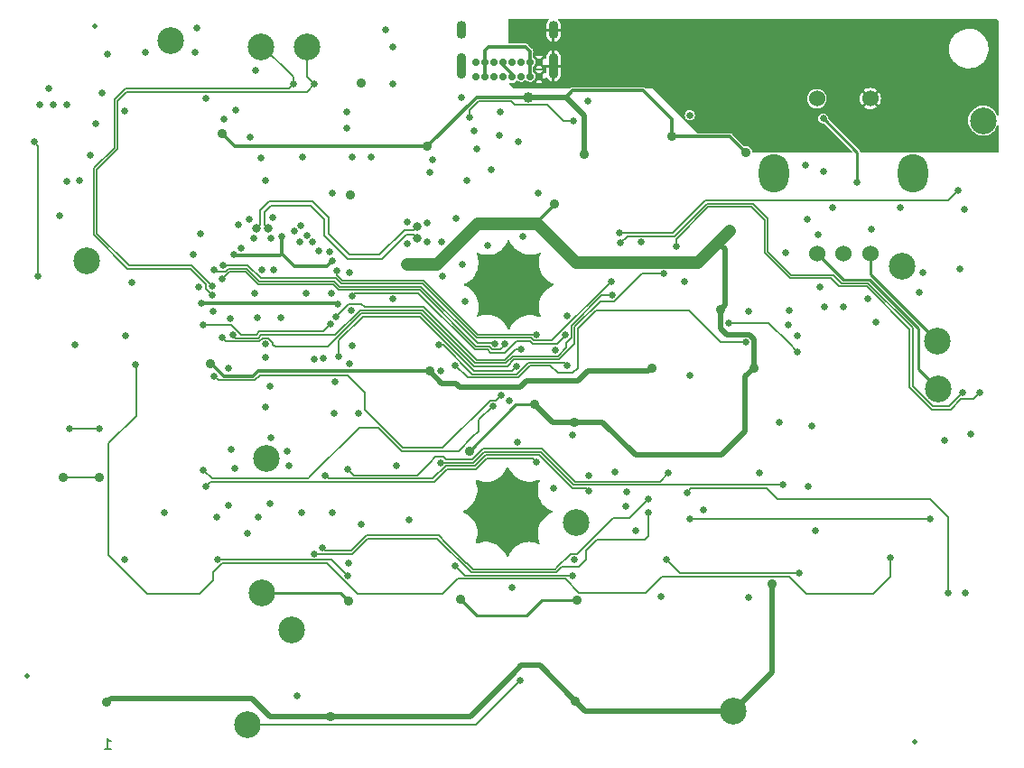
<source format=gtl>
G04 #@! TF.GenerationSoftware,KiCad,Pcbnew,7.0.6*
G04 #@! TF.CreationDate,2023-10-20T19:04:06+03:00*
G04 #@! TF.ProjectId,000018 PGKB,30303030-3138-4205-9047-4b422e6b6963,1.0*
G04 #@! TF.SameCoordinates,Original*
G04 #@! TF.FileFunction,Copper,L1,Top*
G04 #@! TF.FilePolarity,Positive*
%FSLAX46Y46*%
G04 Gerber Fmt 4.6, Leading zero omitted, Abs format (unit mm)*
G04 Created by KiCad (PCBNEW 7.0.6) date 2023-10-20 19:04:06*
%MOMM*%
%LPD*%
G01*
G04 APERTURE LIST*
%ADD10C,0.150000*%
G04 #@! TA.AperFunction,NonConductor*
%ADD11C,0.150000*%
G04 #@! TD*
G04 #@! TA.AperFunction,ComponentPad*
%ADD12C,1.000000*%
G04 #@! TD*
G04 #@! TA.AperFunction,FiducialPad,Global*
%ADD13C,0.500000*%
G04 #@! TD*
G04 #@! TA.AperFunction,ComponentPad*
%ADD14O,2.800000X3.600000*%
G04 #@! TD*
G04 #@! TA.AperFunction,ComponentPad*
%ADD15C,1.524000*%
G04 #@! TD*
G04 #@! TA.AperFunction,TestPad*
%ADD16C,2.500000*%
G04 #@! TD*
G04 #@! TA.AperFunction,ComponentPad*
%ADD17C,0.700000*%
G04 #@! TD*
G04 #@! TA.AperFunction,ComponentPad*
%ADD18O,0.900000X1.700000*%
G04 #@! TD*
G04 #@! TA.AperFunction,ComponentPad*
%ADD19O,0.900000X2.400000*%
G04 #@! TD*
G04 #@! TA.AperFunction,ViaPad*
%ADD20C,0.900000*%
G04 #@! TD*
G04 #@! TA.AperFunction,ViaPad*
%ADD21C,1.000000*%
G04 #@! TD*
G04 #@! TA.AperFunction,ViaPad*
%ADD22C,0.650000*%
G04 #@! TD*
G04 #@! TA.AperFunction,ViaPad*
%ADD23C,1.100000*%
G04 #@! TD*
G04 #@! TA.AperFunction,ViaPad*
%ADD24C,0.800000*%
G04 #@! TD*
G04 #@! TA.AperFunction,Conductor*
%ADD25C,0.250000*%
G04 #@! TD*
G04 #@! TA.AperFunction,Conductor*
%ADD26C,0.500000*%
G04 #@! TD*
G04 #@! TA.AperFunction,Conductor*
%ADD27C,0.300000*%
G04 #@! TD*
G04 #@! TA.AperFunction,Conductor*
%ADD28C,1.200000*%
G04 #@! TD*
G04 #@! TA.AperFunction,Conductor*
%ADD29C,0.200000*%
G04 #@! TD*
G04 #@! TA.AperFunction,Conductor*
%ADD30C,0.150000*%
G04 #@! TD*
G04 APERTURE END LIST*
D10*
D11*
X51614285Y-172454819D02*
X52185713Y-172454819D01*
X51899999Y-172454819D02*
X51899999Y-171454819D01*
X51899999Y-171454819D02*
X51995237Y-171597676D01*
X51995237Y-171597676D02*
X52090475Y-171692914D01*
X52090475Y-171692914D02*
X52185713Y-171740533D01*
D12*
G04 #@! TO.P,H5,1*
G04 #@! TO.N,GND*
X87100000Y-150200000D03*
X87800000Y-148600000D03*
X87800000Y-151800000D03*
X89400000Y-147900000D03*
G04 #@! TA.AperFunction,ComponentPad*
G36*
X89423315Y-146005110D02*
G01*
X89434400Y-146006103D01*
X89446809Y-146014832D01*
X89459378Y-146020032D01*
X89465454Y-146027946D01*
X89476740Y-146035883D01*
X89484653Y-146052949D01*
X89490905Y-146061087D01*
X89544106Y-146189397D01*
X89583309Y-146257244D01*
X89872711Y-146670676D01*
X90048797Y-146846634D01*
X90269254Y-147015671D01*
X90509889Y-147154487D01*
X90766584Y-147260706D01*
X91034948Y-147332511D01*
X91310388Y-147368672D01*
X91588192Y-147368573D01*
X91863606Y-147332213D01*
X92131918Y-147260216D01*
X92260228Y-147207016D01*
X92280241Y-147204374D01*
X92327682Y-147187032D01*
X92378672Y-147195949D01*
X92418372Y-147229167D01*
X92436144Y-147277784D01*
X92427227Y-147328775D01*
X92372615Y-147446171D01*
X92294195Y-147692966D01*
X92247734Y-147947719D01*
X92233985Y-148206308D01*
X92253169Y-148464551D01*
X92304976Y-148718270D01*
X92388569Y-148963361D01*
X92502594Y-149195860D01*
X92645208Y-149412005D01*
X92814104Y-149608300D01*
X93006549Y-149781570D01*
X93219431Y-149929011D01*
X93449305Y-150048239D01*
X93570900Y-150092725D01*
X93613239Y-150122506D01*
X93635016Y-150169466D01*
X93630394Y-150221023D01*
X93600613Y-150263362D01*
X93553653Y-150285139D01*
X93547175Y-150284558D01*
X93538913Y-150290905D01*
X93410603Y-150344106D01*
X93342757Y-150383309D01*
X92929323Y-150672713D01*
X92753366Y-150848797D01*
X92584329Y-151069254D01*
X92445513Y-151309889D01*
X92339294Y-151566584D01*
X92267489Y-151834948D01*
X92231328Y-152110388D01*
X92231427Y-152388192D01*
X92267787Y-152663606D01*
X92339784Y-152931918D01*
X92392984Y-153060228D01*
X92395608Y-153080103D01*
X92412986Y-153127643D01*
X92404069Y-153178633D01*
X92370851Y-153218333D01*
X92322234Y-153236105D01*
X92271244Y-153227187D01*
X92153846Y-153172575D01*
X91907048Y-153094154D01*
X91652291Y-153047693D01*
X91393699Y-153033945D01*
X91135452Y-153053131D01*
X90881730Y-153104940D01*
X90636636Y-153188536D01*
X90404136Y-153302566D01*
X90187989Y-153445184D01*
X89991694Y-153614085D01*
X89818425Y-153806535D01*
X89670985Y-154019421D01*
X89551759Y-154249301D01*
X89507276Y-154370898D01*
X89477496Y-154413238D01*
X89430536Y-154435015D01*
X89378979Y-154430395D01*
X89336639Y-154400615D01*
X89314862Y-154353655D01*
X89315443Y-154347174D01*
X89309096Y-154338912D01*
X89255894Y-154210602D01*
X89216696Y-154142764D01*
X88927282Y-153729316D01*
X88751204Y-153553364D01*
X88530746Y-153384327D01*
X88290111Y-153245512D01*
X88033416Y-153139293D01*
X87765052Y-153067488D01*
X87489612Y-153031326D01*
X87211808Y-153031426D01*
X86936394Y-153067786D01*
X86668082Y-153139783D01*
X86539773Y-153192984D01*
X86519737Y-153195629D01*
X86508855Y-153199607D01*
X86500575Y-153198158D01*
X86488454Y-153199759D01*
X86472885Y-153193316D01*
X86457865Y-153190690D01*
X86449381Y-153183590D01*
X86440623Y-153179967D01*
X86432667Y-153169606D01*
X86418165Y-153157472D01*
X86413455Y-153144587D01*
X86409097Y-153138912D01*
X86407807Y-153129134D01*
X86400393Y-153108855D01*
X86403092Y-153093423D01*
X86402322Y-153087593D01*
X86405421Y-153080103D01*
X86409311Y-153057865D01*
X86463923Y-152940467D01*
X86542344Y-152693669D01*
X86588805Y-152438912D01*
X86602553Y-152180320D01*
X86583367Y-151922073D01*
X86531558Y-151668351D01*
X86447962Y-151423257D01*
X86333932Y-151190757D01*
X86191314Y-150974610D01*
X86022413Y-150778315D01*
X85829963Y-150605046D01*
X85617077Y-150457606D01*
X85387197Y-150338380D01*
X85265600Y-150293897D01*
X85253182Y-150285162D01*
X85239152Y-150279357D01*
X85232370Y-150270524D01*
X85223260Y-150264117D01*
X85216873Y-150250342D01*
X85207626Y-150238301D01*
X85206169Y-150227260D01*
X85201483Y-150217157D01*
X85202839Y-150202034D01*
X85200851Y-150186983D01*
X85205109Y-150176693D01*
X85206103Y-150165600D01*
X85214838Y-150153182D01*
X85220643Y-150139152D01*
X85229476Y-150132370D01*
X85235883Y-150123260D01*
X85249658Y-150116873D01*
X85261698Y-150107625D01*
X85390008Y-150054423D01*
X85466392Y-150010287D01*
X85867821Y-149729287D01*
X86047246Y-149549733D01*
X86216283Y-149329275D01*
X86355098Y-149088640D01*
X86461317Y-148831945D01*
X86533122Y-148563581D01*
X86569284Y-148288141D01*
X86569184Y-148010337D01*
X86532824Y-147734923D01*
X86460827Y-147466611D01*
X86407626Y-147338302D01*
X86405630Y-147323181D01*
X86400393Y-147308855D01*
X86402300Y-147297954D01*
X86400851Y-147286983D01*
X86406683Y-147272891D01*
X86409310Y-147257865D01*
X86416412Y-147249378D01*
X86420643Y-147239152D01*
X86432741Y-147229863D01*
X86442528Y-147218165D01*
X86452922Y-147214366D01*
X86461698Y-147207626D01*
X86476820Y-147205630D01*
X86491145Y-147200393D01*
X86502047Y-147202300D01*
X86513017Y-147200851D01*
X86527110Y-147206683D01*
X86542135Y-147209311D01*
X86659533Y-147263923D01*
X86906331Y-147342344D01*
X87161088Y-147388805D01*
X87419680Y-147402553D01*
X87677927Y-147383367D01*
X87931649Y-147331558D01*
X88176743Y-147247962D01*
X88409243Y-147133932D01*
X88625390Y-146991314D01*
X88821685Y-146822413D01*
X88994954Y-146629963D01*
X89142394Y-146417077D01*
X89261620Y-146187197D01*
X89306103Y-146065600D01*
X89310654Y-146059131D01*
X89319173Y-146038541D01*
X89332137Y-146028587D01*
X89335883Y-146023260D01*
X89343938Y-146019525D01*
X89360229Y-146007015D01*
X89375167Y-146005043D01*
X89382843Y-146001483D01*
X89394333Y-146002513D01*
X89411547Y-146000240D01*
X89423315Y-146005110D01*
G37*
G04 #@! TD.AperFunction*
X89400000Y-152500000D03*
X90900000Y-151900000D03*
X91000000Y-148600000D03*
X91700000Y-150200000D03*
G04 #@! TD*
G04 #@! TO.P,H6,1*
G04 #@! TO.N,GND*
X87200000Y-128900000D03*
X87900000Y-127300000D03*
X87900000Y-130500000D03*
X89500000Y-126600000D03*
G04 #@! TA.AperFunction,ComponentPad*
G36*
X89523315Y-124705110D02*
G01*
X89534400Y-124706103D01*
X89546809Y-124714832D01*
X89559378Y-124720032D01*
X89565454Y-124727946D01*
X89576740Y-124735883D01*
X89584653Y-124752949D01*
X89590905Y-124761087D01*
X89644106Y-124889397D01*
X89683309Y-124957244D01*
X89972711Y-125370676D01*
X90148797Y-125546634D01*
X90369254Y-125715671D01*
X90609889Y-125854487D01*
X90866584Y-125960706D01*
X91134948Y-126032511D01*
X91410388Y-126068672D01*
X91688192Y-126068573D01*
X91963606Y-126032213D01*
X92231918Y-125960216D01*
X92360228Y-125907016D01*
X92380241Y-125904374D01*
X92427682Y-125887032D01*
X92478672Y-125895949D01*
X92518372Y-125929167D01*
X92536144Y-125977784D01*
X92527227Y-126028775D01*
X92472615Y-126146171D01*
X92394195Y-126392966D01*
X92347734Y-126647719D01*
X92333985Y-126906308D01*
X92353169Y-127164551D01*
X92404976Y-127418270D01*
X92488569Y-127663361D01*
X92602594Y-127895860D01*
X92745208Y-128112005D01*
X92914104Y-128308300D01*
X93106549Y-128481570D01*
X93319431Y-128629011D01*
X93549305Y-128748239D01*
X93670900Y-128792725D01*
X93713239Y-128822506D01*
X93735016Y-128869466D01*
X93730394Y-128921023D01*
X93700613Y-128963362D01*
X93653653Y-128985139D01*
X93647175Y-128984558D01*
X93638913Y-128990905D01*
X93510603Y-129044106D01*
X93442757Y-129083309D01*
X93029323Y-129372713D01*
X92853366Y-129548797D01*
X92684329Y-129769254D01*
X92545513Y-130009889D01*
X92439294Y-130266584D01*
X92367489Y-130534948D01*
X92331328Y-130810388D01*
X92331427Y-131088192D01*
X92367787Y-131363606D01*
X92439784Y-131631918D01*
X92492984Y-131760228D01*
X92495608Y-131780103D01*
X92512986Y-131827643D01*
X92504069Y-131878633D01*
X92470851Y-131918333D01*
X92422234Y-131936105D01*
X92371244Y-131927187D01*
X92253846Y-131872575D01*
X92007048Y-131794154D01*
X91752291Y-131747693D01*
X91493699Y-131733945D01*
X91235452Y-131753131D01*
X90981730Y-131804940D01*
X90736636Y-131888536D01*
X90504136Y-132002566D01*
X90287989Y-132145184D01*
X90091694Y-132314085D01*
X89918425Y-132506535D01*
X89770985Y-132719421D01*
X89651759Y-132949301D01*
X89607276Y-133070898D01*
X89577496Y-133113238D01*
X89530536Y-133135015D01*
X89478979Y-133130395D01*
X89436639Y-133100615D01*
X89414862Y-133053655D01*
X89415443Y-133047174D01*
X89409096Y-133038912D01*
X89355894Y-132910602D01*
X89316696Y-132842764D01*
X89027282Y-132429316D01*
X88851204Y-132253364D01*
X88630746Y-132084327D01*
X88390111Y-131945512D01*
X88133416Y-131839293D01*
X87865052Y-131767488D01*
X87589612Y-131731326D01*
X87311808Y-131731426D01*
X87036394Y-131767786D01*
X86768082Y-131839783D01*
X86639773Y-131892984D01*
X86619737Y-131895629D01*
X86608855Y-131899607D01*
X86600575Y-131898158D01*
X86588454Y-131899759D01*
X86572885Y-131893316D01*
X86557865Y-131890690D01*
X86549381Y-131883590D01*
X86540623Y-131879967D01*
X86532667Y-131869606D01*
X86518165Y-131857472D01*
X86513455Y-131844587D01*
X86509097Y-131838912D01*
X86507807Y-131829134D01*
X86500393Y-131808855D01*
X86503092Y-131793423D01*
X86502322Y-131787593D01*
X86505421Y-131780103D01*
X86509311Y-131757865D01*
X86563923Y-131640467D01*
X86642344Y-131393669D01*
X86688805Y-131138912D01*
X86702553Y-130880320D01*
X86683367Y-130622073D01*
X86631558Y-130368351D01*
X86547962Y-130123257D01*
X86433932Y-129890757D01*
X86291314Y-129674610D01*
X86122413Y-129478315D01*
X85929963Y-129305046D01*
X85717077Y-129157606D01*
X85487197Y-129038380D01*
X85365600Y-128993897D01*
X85353182Y-128985162D01*
X85339152Y-128979357D01*
X85332370Y-128970524D01*
X85323260Y-128964117D01*
X85316873Y-128950342D01*
X85307626Y-128938301D01*
X85306169Y-128927260D01*
X85301483Y-128917157D01*
X85302839Y-128902034D01*
X85300851Y-128886983D01*
X85305109Y-128876693D01*
X85306103Y-128865600D01*
X85314838Y-128853182D01*
X85320643Y-128839152D01*
X85329476Y-128832370D01*
X85335883Y-128823260D01*
X85349658Y-128816873D01*
X85361698Y-128807625D01*
X85490008Y-128754423D01*
X85566392Y-128710287D01*
X85967821Y-128429287D01*
X86147246Y-128249733D01*
X86316283Y-128029275D01*
X86455098Y-127788640D01*
X86561317Y-127531945D01*
X86633122Y-127263581D01*
X86669284Y-126988141D01*
X86669184Y-126710337D01*
X86632824Y-126434923D01*
X86560827Y-126166611D01*
X86507626Y-126038302D01*
X86505630Y-126023181D01*
X86500393Y-126008855D01*
X86502300Y-125997954D01*
X86500851Y-125986983D01*
X86506683Y-125972891D01*
X86509310Y-125957865D01*
X86516412Y-125949378D01*
X86520643Y-125939152D01*
X86532741Y-125929863D01*
X86542528Y-125918165D01*
X86552922Y-125914366D01*
X86561698Y-125907626D01*
X86576820Y-125905630D01*
X86591145Y-125900393D01*
X86602047Y-125902300D01*
X86613017Y-125900851D01*
X86627110Y-125906683D01*
X86642135Y-125909311D01*
X86759533Y-125963923D01*
X87006331Y-126042344D01*
X87261088Y-126088805D01*
X87519680Y-126102553D01*
X87777927Y-126083367D01*
X88031649Y-126031558D01*
X88276743Y-125947962D01*
X88509243Y-125833932D01*
X88725390Y-125691314D01*
X88921685Y-125522413D01*
X89094954Y-125329963D01*
X89242394Y-125117077D01*
X89361620Y-124887197D01*
X89406103Y-124765600D01*
X89410654Y-124759131D01*
X89419173Y-124738541D01*
X89432137Y-124728587D01*
X89435883Y-124723260D01*
X89443938Y-124719525D01*
X89460229Y-124707015D01*
X89475167Y-124705043D01*
X89482843Y-124701483D01*
X89494333Y-124702513D01*
X89511547Y-124700240D01*
X89523315Y-124705110D01*
G37*
G04 #@! TD.AperFunction*
X89500000Y-131200000D03*
X91000000Y-130600000D03*
X91100000Y-127300000D03*
X91800000Y-128900000D03*
G04 #@! TD*
D13*
G04 #@! TO.P,FD3,*
G04 #@! TO.N,*
X127597202Y-171790000D03*
G04 #@! TD*
G04 #@! TO.P,FD1,*
G04 #@! TO.N,*
X44347202Y-165590000D03*
G04 #@! TD*
G04 #@! TO.P,FD5,*
G04 #@! TO.N,*
X50697202Y-104690000D03*
G04 #@! TD*
D14*
G04 #@! TO.P,S20,*
G04 #@! TO.N,*
X114400000Y-118450000D03*
X127400000Y-118450000D03*
D15*
G04 #@! TO.P,S20,A,A*
G04 #@! TO.N,Net-(R15-Pad2)*
X118400000Y-125950000D03*
G04 #@! TO.P,S20,B,B*
G04 #@! TO.N,Net-(R17-Pad2)*
X123400000Y-125950000D03*
G04 #@! TO.P,S20,C,C*
G04 #@! TO.N,GND*
X120900000Y-125950000D03*
G04 #@! TO.P,S20,S1,S1*
G04 #@! TO.N,Net-(R16-Pad2)*
X118400000Y-111450000D03*
G04 #@! TO.P,S20,S2,S2*
G04 #@! TO.N,GND*
X123400000Y-111450000D03*
G04 #@! TD*
D16*
G04 #@! TO.P,TP1,1,1*
G04 #@! TO.N,Net-(U2-I1)*
X64986721Y-170187635D03*
G04 #@! TD*
G04 #@! TO.P,TP11,1,1*
G04 #@! TO.N,/Main/Connectors/I2C1_SDA*
X66300000Y-106600000D03*
G04 #@! TD*
G04 #@! TO.P,TP12,1,1*
G04 #@! TO.N,/Main/Connectors/I2C1_SCL*
X70600000Y-106600000D03*
G04 #@! TD*
G04 #@! TO.P,TP6,1,1*
G04 #@! TO.N,/Main/Microcontroller/1V2*
X49900000Y-126700000D03*
G04 #@! TD*
G04 #@! TO.P,TP15,1,1*
G04 #@! TO.N,/Main/Neopixel LEDs/NEOPIXEL_VDD*
X66400000Y-157800000D03*
G04 #@! TD*
G04 #@! TO.P,TP4,1,1*
G04 #@! TO.N,Net-(R17-Pad2)*
X129700000Y-134200000D03*
G04 #@! TD*
G04 #@! TO.P,TP7,1,1*
G04 #@! TO.N,/Main/Microcontroller/USBBOOT*
X69149789Y-161299326D03*
G04 #@! TD*
D17*
G04 #@! TO.P,J1,A1,GND*
G04 #@! TO.N,GND*
X86405000Y-109360000D03*
G04 #@! TO.P,J1,A4,VBUS*
G04 #@! TO.N,Net-(D11-V+)*
X87255000Y-109360000D03*
G04 #@! TO.P,J1,A5,CC1*
G04 #@! TO.N,/Main/USB Connector/CC1*
X88105000Y-109360000D03*
G04 #@! TO.P,J1,A6,D+*
G04 #@! TO.N,/Main/USB Connector/USB_D_N*
X88955000Y-109360000D03*
G04 #@! TO.P,J1,A7,D-*
G04 #@! TO.N,/Main/USB Connector/USB_D_P*
X89805000Y-109360000D03*
G04 #@! TO.P,J1,A8,SBU1*
G04 #@! TO.N,unconnected-(J1-SBU1-PadA8)*
X90655000Y-109360000D03*
G04 #@! TO.P,J1,A9,VBUS*
G04 #@! TO.N,Net-(D11-V+)*
X91505000Y-109360000D03*
G04 #@! TO.P,J1,A12,GND*
G04 #@! TO.N,GND*
X92355000Y-109360000D03*
G04 #@! TO.P,J1,B1,GND*
X92355000Y-108010000D03*
G04 #@! TO.P,J1,B4,VBUS*
G04 #@! TO.N,Net-(D11-V+)*
X91505000Y-108010000D03*
G04 #@! TO.P,J1,B5,CC2*
G04 #@! TO.N,/Main/USB Connector/CC2*
X90655000Y-108010000D03*
G04 #@! TO.P,J1,B6,D+*
G04 #@! TO.N,/Main/USB Connector/USB_D_N*
X89805000Y-108010000D03*
G04 #@! TO.P,J1,B7,D-*
G04 #@! TO.N,/Main/USB Connector/USB_D_P*
X88955000Y-108010000D03*
G04 #@! TO.P,J1,B8,SBU2*
G04 #@! TO.N,unconnected-(J1-SBU2-PadB8)*
X88105000Y-108010000D03*
G04 #@! TO.P,J1,B9,VBUS*
G04 #@! TO.N,Net-(D11-V+)*
X87255000Y-108010000D03*
G04 #@! TO.P,J1,B12,GND*
G04 #@! TO.N,GND*
X86405000Y-108010000D03*
D18*
G04 #@! TO.P,J1,S1,SHIELD*
X85055000Y-105000000D03*
D19*
X85055000Y-108380000D03*
D18*
X93705000Y-105000000D03*
D19*
X93705000Y-108380000D03*
G04 #@! TD*
D16*
G04 #@! TO.P,TP13,1,1*
G04 #@! TO.N,+3V3*
X110597137Y-168902694D03*
G04 #@! TD*
G04 #@! TO.P,TP8,1,1*
G04 #@! TO.N,/Main/Microcontroller/~{RESET}*
X66800000Y-145200000D03*
G04 #@! TD*
G04 #@! TO.P,TP14,1,1*
G04 #@! TO.N,PERIP_~{RESET}*
X126400000Y-127200000D03*
G04 #@! TD*
G04 #@! TO.P,TP2,1,1*
G04 #@! TO.N,/Main/Buttons/Button1*
X95800000Y-151200000D03*
G04 #@! TD*
G04 #@! TO.P,TP16,1,1*
G04 #@! TO.N,Net-(D10-DIN)*
X57800000Y-106000000D03*
G04 #@! TD*
G04 #@! TO.P,TP3,1,1*
G04 #@! TO.N,Net-(R15-Pad2)*
X129800000Y-138700000D03*
G04 #@! TD*
G04 #@! TO.P,TP5,1,1*
G04 #@! TO.N,Net-(R16-Pad2)*
X134000000Y-113500000D03*
G04 #@! TD*
D20*
G04 #@! TO.N,/Main/Neopixel LEDs/NEOPIXEL_VDD*
X96600000Y-116700000D03*
X111776274Y-116523726D03*
X85000000Y-158400000D03*
X61500000Y-136300000D03*
X62600000Y-114700000D03*
X82087348Y-137012652D03*
X104800000Y-115000000D03*
X95900000Y-158500000D03*
X74500000Y-158600000D03*
X102900000Y-136700000D03*
D21*
X91300000Y-111300000D03*
D20*
X81900000Y-115900000D03*
D22*
G04 #@! TO.N,GND*
X67100000Y-149400000D03*
X104000000Y-106000000D03*
X74800000Y-134600000D03*
X65700000Y-129700000D03*
X53500000Y-112600000D03*
X80017417Y-123061840D03*
X63500000Y-144400000D03*
X103000000Y-105000000D03*
X78000000Y-105000000D03*
X60100000Y-107100000D03*
X99500000Y-146500000D03*
X85400000Y-130500000D03*
X82100000Y-118400000D03*
X81873510Y-124899501D03*
X105000000Y-109000000D03*
X59900000Y-126100000D03*
X79000000Y-145900000D03*
X63400000Y-132100000D03*
X74800000Y-116900000D03*
X85200000Y-127000000D03*
X115700000Y-132700000D03*
X55400000Y-107100000D03*
X70200000Y-116900000D03*
X119000000Y-118300000D03*
X74500000Y-155000000D03*
X60300000Y-104800000D03*
X62141279Y-150712617D03*
X86300000Y-114500000D03*
X112000000Y-131400000D03*
X53500000Y-154700000D03*
X135000000Y-110000000D03*
X134036595Y-108975882D03*
X123200000Y-130200000D03*
X88600000Y-114900000D03*
X75700000Y-151400000D03*
X67200000Y-143300000D03*
X116600000Y-133700000D03*
X132200000Y-121800000D03*
X70500000Y-129700000D03*
X80200000Y-151000000D03*
X90400000Y-115500000D03*
X65200000Y-122800000D03*
X85600000Y-119100000D03*
X73000000Y-120300000D03*
X107000000Y-105000000D03*
X119000000Y-106000000D03*
X129000000Y-106000000D03*
X101000000Y-105000000D03*
X95000000Y-131800000D03*
X116000000Y-109000000D03*
X131600000Y-116200000D03*
X51400000Y-110900000D03*
X84600000Y-122700000D03*
X86500000Y-116200000D03*
X79978780Y-125093308D03*
X126200000Y-121700000D03*
X123000000Y-106000000D03*
X93700000Y-148000000D03*
X127000000Y-106000000D03*
X78600000Y-110100000D03*
X78600000Y-130249500D03*
X67100000Y-138400000D03*
X128300000Y-127800000D03*
X73200000Y-138000000D03*
X122000000Y-107000000D03*
X117000000Y-106000000D03*
X130000000Y-107000000D03*
X132800000Y-142900000D03*
X113000000Y-146600000D03*
X126000000Y-107000000D03*
X99000000Y-105000000D03*
X95700000Y-154700000D03*
X48800000Y-134500000D03*
X88700000Y-112700000D03*
X69700000Y-167500000D03*
X105000000Y-105000000D03*
X118000000Y-107000000D03*
X74600000Y-136300000D03*
X66300000Y-117000000D03*
X126000000Y-105000000D03*
X63200000Y-149600000D03*
X127999720Y-129595595D03*
X74600000Y-127800000D03*
X132000000Y-109000000D03*
X111968927Y-158231073D03*
X117500000Y-122800000D03*
X131000000Y-110000000D03*
X87500000Y-125200000D03*
X135000000Y-106000000D03*
X92300000Y-120300000D03*
X64200000Y-123300000D03*
X96900000Y-111700000D03*
X68700000Y-144500000D03*
X117900000Y-142200000D03*
X106000000Y-108000000D03*
X133000000Y-110000000D03*
X117000000Y-108000000D03*
X107000000Y-109000000D03*
X65300000Y-115100000D03*
X120000000Y-105000000D03*
X118000000Y-105000000D03*
X115800000Y-131300000D03*
X50800000Y-113800000D03*
X135000000Y-108000000D03*
X119900000Y-121700000D03*
X89800000Y-157300000D03*
X118300000Y-152000000D03*
X130000000Y-105000000D03*
X90800000Y-124400000D03*
X66397137Y-127514315D03*
X118500000Y-124200000D03*
X121000000Y-106000000D03*
X104000000Y-108000000D03*
X83200000Y-124900000D03*
X65600500Y-124552367D03*
X97000000Y-146800000D03*
X106500000Y-137400000D03*
X125000000Y-106000000D03*
X106000000Y-106000000D03*
X130367571Y-143529933D03*
X106000000Y-128600000D03*
X117000000Y-110000000D03*
X65800000Y-108800000D03*
X67400000Y-122600000D03*
X73000000Y-150300000D03*
X70100000Y-150300000D03*
X68100000Y-132000000D03*
X132300000Y-157800000D03*
X75400000Y-141000000D03*
X81871520Y-123100499D03*
X73100000Y-141000000D03*
X117554315Y-147865955D03*
X65900000Y-132000000D03*
X78600000Y-106600000D03*
X57200000Y-150300000D03*
X68900000Y-145900000D03*
X85100000Y-111300000D03*
X119100000Y-131000000D03*
X118700000Y-129100000D03*
X89600000Y-139800000D03*
X115500000Y-125900000D03*
X130000000Y-109000000D03*
X122000000Y-105000000D03*
X106000000Y-110000000D03*
X124000000Y-107000000D03*
X116000000Y-105000000D03*
X114900000Y-141800000D03*
X54200000Y-128700000D03*
X107000000Y-107000000D03*
X120000000Y-107000000D03*
X60400000Y-129100000D03*
X66700000Y-119100000D03*
X67241932Y-124521923D03*
X101450000Y-151950000D03*
X74300000Y-112700000D03*
X67500000Y-127524500D03*
X128000000Y-107000000D03*
X95500000Y-143000000D03*
X72700000Y-125800000D03*
X47400000Y-122400000D03*
X118000000Y-109000000D03*
X76600000Y-116900000D03*
X101900000Y-124900000D03*
X116000000Y-107000000D03*
X53600000Y-133700000D03*
X107800000Y-150000000D03*
X83300000Y-128100000D03*
X123500000Y-123700000D03*
X128000000Y-105000000D03*
X90300000Y-143700000D03*
X66700000Y-140400000D03*
X46400000Y-110500000D03*
X105000000Y-107000000D03*
X129000000Y-108000000D03*
X120900000Y-131000000D03*
X60600000Y-124100000D03*
X87900000Y-118100000D03*
X66000000Y-150700000D03*
X119000000Y-108000000D03*
X124000000Y-105000000D03*
X61100000Y-111400000D03*
D20*
G04 #@! TO.N,+3V3*
X51800000Y-168100000D03*
X114200000Y-156974500D03*
X112500000Y-136700000D03*
X47700000Y-147000000D03*
X51100000Y-147000000D03*
X95700000Y-141800000D03*
X85800000Y-144500000D03*
X109400000Y-131200000D03*
X72800000Y-169400000D03*
X80000000Y-127000000D03*
X74700000Y-120500000D03*
X93800000Y-121300000D03*
X91950000Y-140150000D03*
X95750000Y-167950000D03*
D23*
X110200000Y-123900000D03*
D20*
X75700000Y-110000000D03*
D22*
G04 #@! TO.N,/Main/Microcontroller/1V2*
X66670911Y-134470911D03*
X64400000Y-125500000D03*
G04 #@! TO.N,PERIP_~{RESET}*
X122200000Y-119300000D03*
X119000000Y-113300000D03*
D24*
G04 #@! TO.N,/Main/Microcontroller/USB_MCU_D_P*
X66925000Y-123600397D03*
X80900000Y-124525000D03*
G04 #@! TO.N,/Main/Microcontroller/USB_MCU_D_N*
X80900000Y-123475000D03*
X65875000Y-123600397D03*
D22*
G04 #@! TO.N,/Main/Microcontroller/~{RESET}*
X117300000Y-117700000D03*
X115200000Y-147700000D03*
X63800000Y-146100000D03*
X63250000Y-136750000D03*
X83100000Y-145600000D03*
G04 #@! TO.N,/Main/Microcontroller/USBBOOT*
X61800000Y-131400000D03*
X65000000Y-152200000D03*
G04 #@! TO.N,/Main/Buttons/Button5*
X73300000Y-131900000D03*
X90624750Y-134924750D03*
G04 #@! TO.N,Net-(D10-DIN)*
X62800000Y-113400000D03*
X74300000Y-114200000D03*
G04 #@! TO.N,/Main/Buttons/Button1*
X92100000Y-133600000D03*
X73401204Y-127624092D03*
G04 #@! TO.N,/Main/Memory/DATA3*
X69451582Y-123906661D03*
X50300000Y-116800000D03*
G04 #@! TO.N,/Main/Memory/CLK*
X48100000Y-119200000D03*
X70046174Y-123345106D03*
G04 #@! TO.N,/Main/Memory/DATA0*
X49300000Y-119100000D03*
X69943096Y-124915147D03*
G04 #@! TO.N,/Main/Memory/DATA2*
X70575500Y-124300000D03*
X48100000Y-112000000D03*
G04 #@! TO.N,/Main/Memory/DATA1*
X46800000Y-112000000D03*
X71100000Y-124927197D03*
G04 #@! TO.N,/Main/Memory/~{CS}_MEMORY*
X45400000Y-128100000D03*
X45000000Y-115500000D03*
X71700000Y-125700000D03*
X45500000Y-112000000D03*
X51900000Y-107300000D03*
G04 #@! TO.N,/Main/Buttons/Button2*
X74800000Y-129949500D03*
X100500000Y-149700000D03*
X94838556Y-133638556D03*
G04 #@! TO.N,/Main/Buttons/Button3*
X72300000Y-146800000D03*
X72900000Y-129700000D03*
X97000000Y-148249500D03*
G04 #@! TO.N,/Main/Buttons/Button4*
X74749312Y-131349312D03*
X74400000Y-146200000D03*
X104500000Y-146600000D03*
G04 #@! TO.N,/Main/Microcontroller/ENC_A*
X63638556Y-133638556D03*
X99184686Y-129884686D03*
G04 #@! TO.N,/Main/Microcontroller/ENC_B*
X62638556Y-133861444D03*
X104000000Y-127874500D03*
G04 #@! TO.N,/Main/Microcontroller/GPIO12*
X62700000Y-127100000D03*
X99100000Y-128600000D03*
G04 #@! TO.N,/Main/Buttons/Button6*
X73600000Y-135600000D03*
X90200000Y-136600000D03*
G04 #@! TO.N,/Main/Buttons/Button7*
X72000000Y-153601000D03*
X72100000Y-135800000D03*
X102600000Y-149000000D03*
G04 #@! TO.N,/Main/Buttons/Button8*
X102600000Y-150300000D03*
X71300000Y-135900000D03*
X71300000Y-154150500D03*
G04 #@! TO.N,Net-(U1-I1)*
X88000000Y-140300000D03*
X60900000Y-146300000D03*
X51100000Y-142400000D03*
X48300000Y-142400000D03*
G04 #@! TO.N,Net-(U1-I2)*
X83100000Y-137000000D03*
X82400000Y-117200000D03*
G04 #@! TO.N,Net-(U1-I3)*
X111775500Y-134300000D03*
X84500000Y-136450500D03*
G04 #@! TO.N,Net-(U1-I4)*
X61100000Y-147800000D03*
X92080212Y-145525014D03*
X93900000Y-135050500D03*
G04 #@! TO.N,Net-(U2-I6)*
X106500000Y-150900000D03*
X129000000Y-150900000D03*
G04 #@! TO.N,Net-(U2-I1)*
X90600000Y-166000000D03*
G04 #@! TO.N,Net-(U2-I3)*
X100600000Y-148300000D03*
X103800000Y-158200000D03*
G04 #@! TO.N,Net-(U2-I4)*
X130700000Y-157800000D03*
X106200000Y-148400000D03*
G04 #@! TO.N,Net-(U3-I2)*
X131600000Y-120100000D03*
X99900000Y-124000000D03*
G04 #@! TO.N,Net-(U3-I3)*
X100000000Y-125000000D03*
X132100000Y-139000000D03*
G04 #@! TO.N,Net-(U3-I1)*
X133700000Y-139000000D03*
X105200000Y-125300000D03*
G04 #@! TO.N,/Main/Microcontroller/3V3_MCU*
X73000000Y-126700000D03*
X68200000Y-124400000D03*
X73500000Y-130700000D03*
X66700000Y-135700000D03*
X63700000Y-126100000D03*
X60700000Y-130675000D03*
G04 #@! TO.N,/Main/Connectors/I2C1_SCL*
X71300000Y-110100000D03*
X61679122Y-129020878D03*
G04 #@! TO.N,/Main/Buttons/Button9*
X88800000Y-139250500D03*
X61900000Y-137475500D03*
G04 #@! TO.N,/Main/Buttons/Button10*
X62600000Y-128349500D03*
X89100000Y-134449500D03*
G04 #@! TO.N,/Main/Buttons/Button11*
X88200000Y-134449500D03*
X61900000Y-127500000D03*
G04 #@! TO.N,Net-(D1-DOUT)*
X74400000Y-156200000D03*
X62200000Y-154700000D03*
G04 #@! TO.N,Net-(D2-DOUT)*
X95500000Y-156200000D03*
X84500000Y-155300000D03*
G04 #@! TO.N,Net-(D3-DOUT)*
X104300000Y-154700000D03*
X116700000Y-156000000D03*
G04 #@! TO.N,Net-(D4-DOUT)*
X125300000Y-154500000D03*
X54500000Y-136400000D03*
G04 #@! TO.N,Net-(D5-DOUT)*
X72800000Y-132600000D03*
X60900000Y-132700000D03*
G04 #@! TO.N,Net-(D6-DOUT)*
X95000000Y-136500000D03*
X82987180Y-134512820D03*
G04 #@! TO.N,Net-(D7-DOUT)*
X116600000Y-135200000D03*
X110175500Y-132500000D03*
G04 #@! TO.N,Net-(D8-DOUT)*
X63900000Y-112500000D03*
X123900000Y-132400000D03*
G04 #@! TO.N,Net-(D15-K)*
X106500000Y-113000000D03*
X131800000Y-127400000D03*
G04 #@! TO.N,Net-(D10-DOUT)*
X95600000Y-113500000D03*
X85800000Y-113200000D03*
G04 #@! TO.N,/Main/Connectors/I2C1_SDA*
X69300000Y-110100000D03*
X61700000Y-129900000D03*
G04 #@! TD*
D25*
G04 #@! TO.N,/Main/Neopixel LEDs/NEOPIXEL_VDD*
X91200000Y-159900000D02*
X92400000Y-158700000D01*
D26*
X90600000Y-138500000D02*
X91200000Y-137900000D01*
D27*
X63800000Y-115900000D02*
X62600000Y-114700000D01*
D26*
X91200000Y-137900000D02*
X96000000Y-137900000D01*
D27*
X81900000Y-115900000D02*
X63800000Y-115900000D01*
X95500000Y-110700000D02*
X94900000Y-111300000D01*
D26*
X102607500Y-136992500D02*
X102900000Y-136700000D01*
D25*
X85000000Y-158400000D02*
X86500000Y-159900000D01*
X66400000Y-157800000D02*
X73700000Y-157800000D01*
D26*
X96600000Y-113000000D02*
X94900000Y-111300000D01*
X83224696Y-138150000D02*
X84539188Y-138150000D01*
D25*
X92600000Y-158500000D02*
X95900000Y-158500000D01*
D27*
X104800000Y-113400000D02*
X102100000Y-110700000D01*
X66000000Y-137000000D02*
X65500000Y-137500000D01*
D26*
X96000000Y-137900000D02*
X96907500Y-136992500D01*
D25*
X86500000Y-159900000D02*
X88600000Y-159900000D01*
D27*
X65500000Y-137500000D02*
X62808384Y-137500000D01*
D26*
X94900000Y-111300000D02*
X91300000Y-111300000D01*
D27*
X91300000Y-111300000D02*
X86500000Y-111300000D01*
X104800000Y-115000000D02*
X104800000Y-113400000D01*
X82087348Y-137012652D02*
X82074696Y-137000000D01*
D26*
X84889188Y-138500000D02*
X90600000Y-138500000D01*
X82087348Y-137012652D02*
X83224696Y-138150000D01*
D27*
X62808384Y-137500000D02*
X61608384Y-136300000D01*
D25*
X88600000Y-159900000D02*
X91200000Y-159900000D01*
D27*
X102100000Y-110700000D02*
X95500000Y-110700000D01*
D26*
X96907500Y-136992500D02*
X102607500Y-136992500D01*
X96600000Y-116700000D02*
X96600000Y-113000000D01*
D27*
X86500000Y-111300000D02*
X81900000Y-115900000D01*
D25*
X73700000Y-157800000D02*
X74500000Y-158600000D01*
D27*
X82074696Y-137000000D02*
X66000000Y-137000000D01*
X61608384Y-136300000D02*
X61500000Y-136300000D01*
X110252548Y-115000000D02*
X104800000Y-115000000D01*
D25*
X92400000Y-158700000D02*
X92600000Y-158500000D01*
D26*
X84539188Y-138150000D02*
X84889188Y-138500000D01*
D27*
X111776274Y-116523726D02*
X110252548Y-115000000D01*
D26*
G04 #@! TO.N,+3V3*
X109800000Y-125600000D02*
X109150000Y-124950000D01*
X109400000Y-131200000D02*
X109800000Y-130800000D01*
D28*
X95800000Y-126800000D02*
X107300000Y-126800000D01*
D25*
X92200000Y-122900000D02*
X92200000Y-123200000D01*
D26*
X95750000Y-167950000D02*
X92400000Y-164600000D01*
D28*
X107300000Y-126800000D02*
X109150000Y-124950000D01*
D26*
X112500000Y-133999195D02*
X112500000Y-136700000D01*
D25*
X91950000Y-140150000D02*
X90150000Y-140150000D01*
D26*
X109500000Y-144900000D02*
X101400000Y-144900000D01*
X111700000Y-142700000D02*
X109500000Y-144900000D01*
X90700000Y-164600000D02*
X89900000Y-165400000D01*
X85900000Y-169400000D02*
X79200000Y-169400000D01*
X72800000Y-169400000D02*
X67100000Y-169400000D01*
D28*
X109150000Y-124950000D02*
X110200000Y-123900000D01*
X86600000Y-123200000D02*
X92200000Y-123200000D01*
D29*
X51100000Y-147000000D02*
X47700000Y-147000000D01*
D28*
X80000000Y-127000000D02*
X82800000Y-127000000D01*
D26*
X110597137Y-168902694D02*
X96702694Y-168902694D01*
D28*
X82800000Y-127000000D02*
X86600000Y-123200000D01*
D26*
X67100000Y-169400000D02*
X65400000Y-167700000D01*
X65400000Y-167700000D02*
X52200000Y-167700000D01*
X93600000Y-141800000D02*
X95700000Y-141800000D01*
X101400000Y-144900000D02*
X98300000Y-141800000D01*
X52200000Y-167700000D02*
X51800000Y-168100000D01*
D28*
X92200000Y-123200000D02*
X95800000Y-126800000D01*
D26*
X89900000Y-165400000D02*
X85900000Y-169400000D01*
X96702694Y-168902694D02*
X95750000Y-167950000D01*
X98300000Y-141800000D02*
X95700000Y-141800000D01*
X109975000Y-133575000D02*
X112075805Y-133575000D01*
X109800000Y-130800000D02*
X109800000Y-125600000D01*
D25*
X93800000Y-121300000D02*
X92200000Y-122900000D01*
D26*
X109400000Y-131200000D02*
X109400000Y-133000000D01*
X112075805Y-133575000D02*
X112500000Y-133999195D01*
D25*
X90150000Y-140150000D02*
X85800000Y-144500000D01*
D26*
X79200000Y-169400000D02*
X72800000Y-169400000D01*
X114200000Y-156974500D02*
X114200000Y-165299831D01*
X111700000Y-137500000D02*
X111700000Y-142700000D01*
X112500000Y-136700000D02*
X111700000Y-137500000D01*
X114200000Y-165299831D02*
X110597137Y-168902694D01*
X109400000Y-133000000D02*
X109975000Y-133575000D01*
X91950000Y-140150000D02*
X93600000Y-141800000D01*
X92400000Y-164600000D02*
X90700000Y-164600000D01*
D27*
G04 #@! TO.N,/Main/USB Connector/USB_D_P*
X89805000Y-109149339D02*
X89805000Y-109360000D01*
X88955000Y-108299339D02*
X89805000Y-109149339D01*
X88955000Y-108010000D02*
X88955000Y-108299339D01*
D25*
G04 #@! TO.N,PERIP_~{RESET}*
X122200000Y-119300000D02*
X122200000Y-116500000D01*
X122200000Y-116500000D02*
X119000000Y-113300000D01*
D29*
G04 #@! TO.N,/Main/Microcontroller/USB_MCU_D_P*
X80900000Y-124525000D02*
X80600001Y-124225001D01*
X67193200Y-121525000D02*
X66625001Y-122093199D01*
X66625001Y-123300398D02*
X66925000Y-123600397D01*
X77593200Y-126525000D02*
X74406800Y-126525000D01*
X74406800Y-126525000D02*
X72175000Y-124293200D01*
X79893199Y-124225001D02*
X77593200Y-126525000D01*
X70906800Y-121525000D02*
X67193200Y-121525000D01*
X72175000Y-122793200D02*
X70906800Y-121525000D01*
X80600001Y-124225001D02*
X79893199Y-124225001D01*
X66625001Y-122093199D02*
X66625001Y-123300398D01*
X72175000Y-124293200D02*
X72175000Y-122793200D01*
G04 #@! TO.N,/Main/Microcontroller/USB_MCU_D_N*
X71093200Y-121075000D02*
X67006800Y-121075000D01*
X80600001Y-123774999D02*
X79706801Y-123774999D01*
X80900000Y-123475000D02*
X80600001Y-123774999D01*
X67006800Y-121075000D02*
X66174999Y-121906801D01*
X77406800Y-126075000D02*
X74593200Y-126075000D01*
X74593200Y-126075000D02*
X72625000Y-124106800D01*
X66174999Y-121906801D02*
X66174999Y-123300398D01*
X66174999Y-123300398D02*
X65875000Y-123600397D01*
X72625000Y-124106800D02*
X72625000Y-122606800D01*
X79706801Y-123774999D02*
X77406800Y-126075000D01*
X72625000Y-122606800D02*
X71093200Y-121075000D01*
D30*
G04 #@! TO.N,/Main/Microcontroller/~{RESET}*
X95600000Y-147700000D02*
X115200000Y-147700000D01*
X87200000Y-144600000D02*
X92500000Y-144600000D01*
X86200000Y-145600000D02*
X87200000Y-144600000D01*
X92500000Y-144600000D02*
X95600000Y-147700000D01*
X83100000Y-145600000D02*
X86200000Y-145600000D01*
G04 #@! TO.N,/Main/Buttons/Button5*
X81524264Y-131000000D02*
X76000000Y-131000000D01*
X74500000Y-130700000D02*
X73300000Y-131900000D01*
X89114645Y-135950000D02*
X86474264Y-135950000D01*
X75700000Y-130700000D02*
X74500000Y-130700000D01*
X90624750Y-134924750D02*
X90139895Y-134924750D01*
X76000000Y-131000000D02*
X75700000Y-130700000D01*
X86474264Y-135950000D02*
X81524264Y-131000000D01*
X90139895Y-134924750D02*
X89114645Y-135950000D01*
G04 #@! TO.N,/Main/Buttons/Button1*
X73401204Y-127976940D02*
X73924264Y-128500000D01*
X81524264Y-128500000D02*
X86624264Y-133600000D01*
X73924264Y-128500000D02*
X81524264Y-128500000D01*
X86624264Y-133600000D02*
X92100000Y-133600000D01*
X73401204Y-127624092D02*
X73401204Y-127976940D01*
G04 #@! TO.N,/Main/Memory/~{CS}_MEMORY*
X45400000Y-115900000D02*
X45000000Y-115500000D01*
X45400000Y-128100000D02*
X45400000Y-115900000D01*
G04 #@! TO.N,/Main/Buttons/Button2*
X91747918Y-134450000D02*
X91497918Y-134200000D01*
X81027208Y-129700000D02*
X75000000Y-129700000D01*
X94838556Y-133638556D02*
X94838556Y-133661444D01*
X89100000Y-135300000D02*
X87800000Y-135300000D01*
X94838556Y-133661444D02*
X94050000Y-134450000D01*
X91497918Y-134200000D02*
X90200000Y-134200000D01*
X87500000Y-135000000D02*
X86327208Y-135000000D01*
X74800000Y-129900000D02*
X74800000Y-129949500D01*
X87800000Y-135300000D02*
X87500000Y-135000000D01*
X75000000Y-129700000D02*
X74800000Y-129900000D01*
X90200000Y-134200000D02*
X89100000Y-135300000D01*
X94050000Y-134450000D02*
X91747918Y-134450000D01*
X86327208Y-135000000D02*
X81027208Y-129700000D01*
G04 #@! TO.N,/Main/Buttons/Button3*
X95475736Y-148000000D02*
X96750500Y-148000000D01*
X72600000Y-147100000D02*
X82400000Y-147100000D01*
X72300000Y-146800000D02*
X72600000Y-147100000D01*
X86324264Y-145900000D02*
X87324264Y-144900000D01*
X87324264Y-144900000D02*
X92375736Y-144900000D01*
X92375736Y-144900000D02*
X95475736Y-148000000D01*
X82400000Y-147100000D02*
X83600000Y-145900000D01*
X96750500Y-148000000D02*
X97000000Y-148249500D01*
X83600000Y-145900000D02*
X86324264Y-145900000D01*
G04 #@! TO.N,/Main/Buttons/Button4*
X92800000Y-144475736D02*
X94912132Y-146587868D01*
X86075736Y-145300000D02*
X86287868Y-145087868D01*
X96800000Y-147400000D02*
X103700000Y-147400000D01*
X84800000Y-145300000D02*
X86075736Y-145300000D01*
X91500000Y-144300000D02*
X92624264Y-144300000D01*
X82100000Y-145600000D02*
X82650000Y-145050000D01*
X91300000Y-144300000D02*
X91500000Y-144300000D01*
X80900000Y-146800000D02*
X82100000Y-145600000D01*
X95724264Y-147400000D02*
X96800000Y-147400000D01*
X83350000Y-145050000D02*
X83600000Y-145300000D01*
X82650000Y-145050000D02*
X83300000Y-145050000D01*
X83300000Y-145050000D02*
X83350000Y-145050000D01*
X92624264Y-144300000D02*
X92800000Y-144475736D01*
X86287868Y-145087868D02*
X87075736Y-144300000D01*
X103700000Y-147400000D02*
X104500000Y-146600000D01*
X94912132Y-146587868D02*
X95724264Y-147400000D01*
X75000000Y-146800000D02*
X80900000Y-146800000D01*
X74400000Y-146200000D02*
X75000000Y-146800000D01*
X88000000Y-144300000D02*
X91300000Y-144300000D01*
X83600000Y-145300000D02*
X84800000Y-145300000D01*
X87075736Y-144300000D02*
X88000000Y-144300000D01*
G04 #@! TO.N,/Main/Microcontroller/ENC_A*
X95388556Y-133866374D02*
X94922220Y-134332710D01*
X86350000Y-136250000D02*
X81400000Y-131300000D01*
X73254825Y-133620911D02*
X66318829Y-133620911D01*
X63925000Y-133925000D02*
X63638556Y-133638556D01*
X95388556Y-132735708D02*
X95388556Y-133866374D01*
X66318829Y-133620911D02*
X66014740Y-133925000D01*
X75575736Y-131300000D02*
X73254825Y-133620911D01*
X89238909Y-136250000D02*
X86350000Y-136250000D01*
X66014740Y-133925000D02*
X63925000Y-133925000D01*
X94922220Y-134332710D02*
X94922220Y-134806098D01*
X94128318Y-135600000D02*
X89888909Y-135600000D01*
X81400000Y-131300000D02*
X75575736Y-131300000D01*
X98239578Y-129884686D02*
X95388556Y-132735708D01*
X99184686Y-129884686D02*
X98239578Y-129884686D01*
X94922220Y-134806098D02*
X94128318Y-135600000D01*
X89888909Y-135600000D02*
X89238909Y-136250000D01*
G04 #@! TO.N,/Main/Microcontroller/ENC_B*
X99412504Y-130434686D02*
X98113842Y-130434686D01*
X89363173Y-136550000D02*
X86225736Y-136550000D01*
X101972690Y-127874500D02*
X99412504Y-130434686D01*
X95688556Y-132859972D02*
X95688556Y-134464026D01*
X81275736Y-131600000D02*
X75700000Y-131600000D01*
X66920911Y-133920911D02*
X66443093Y-133920911D01*
X67634428Y-134734428D02*
X67400000Y-134500000D01*
X98113842Y-130434686D02*
X95688556Y-132859972D01*
X95688556Y-134464026D02*
X94252582Y-135900000D01*
X104000000Y-127874500D02*
X101972690Y-127874500D01*
X90013173Y-135900000D02*
X89363173Y-136550000D01*
X66443093Y-133920911D02*
X66139004Y-134225000D01*
X63002112Y-134225000D02*
X62638556Y-133861444D01*
X67400000Y-134500000D02*
X67400000Y-134400000D01*
X75700000Y-131600000D02*
X72565572Y-134734428D01*
X67400000Y-134400000D02*
X66920911Y-133920911D01*
X66139004Y-134225000D02*
X63002112Y-134225000D01*
X72565572Y-134734428D02*
X67634428Y-134734428D01*
X86225736Y-136550000D02*
X81275736Y-131600000D01*
X94252582Y-135900000D02*
X90013173Y-135900000D01*
G04 #@! TO.N,/Main/Microcontroller/GPIO12*
X91872182Y-134150000D02*
X93550000Y-134150000D01*
X81400000Y-128800000D02*
X86500000Y-133900000D01*
X73300000Y-128300000D02*
X73800000Y-128800000D01*
X62887868Y-127287868D02*
X63075736Y-127100000D01*
X66248528Y-128300000D02*
X73300000Y-128300000D01*
X73800000Y-128800000D02*
X81400000Y-128800000D01*
X93550000Y-134150000D02*
X99100000Y-128600000D01*
X86500000Y-133900000D02*
X91622182Y-133900000D01*
X91622182Y-133900000D02*
X91872182Y-134150000D01*
X65048528Y-127100000D02*
X66248528Y-128300000D01*
X62700000Y-127100000D02*
X62887868Y-127287868D01*
X63075736Y-127100000D02*
X65048528Y-127100000D01*
G04 #@! TO.N,/Main/Buttons/Button6*
X90200000Y-136600000D02*
X89800000Y-137000000D01*
X75824264Y-131900000D02*
X73600000Y-134124264D01*
X81151472Y-131900000D02*
X75824264Y-131900000D01*
X89800000Y-137000000D02*
X86251472Y-137000000D01*
X86251472Y-137000000D02*
X81151472Y-131900000D01*
X73600000Y-134124264D02*
X73600000Y-135600000D01*
G04 #@! TO.N,/Main/Buttons/Button7*
X73400000Y-153850500D02*
X74725236Y-153850500D01*
X95950000Y-154150000D02*
X97500000Y-152600000D01*
X72000000Y-153601000D02*
X72249500Y-153850500D01*
X100800000Y-150800000D02*
X102600000Y-149000000D01*
X99300000Y-150800000D02*
X100800000Y-150800000D01*
X85524264Y-155000000D02*
X85600000Y-155000000D01*
X93875736Y-155600000D02*
X93987868Y-155487868D01*
X83762132Y-153237868D02*
X85524264Y-155000000D01*
X76700000Y-152400000D02*
X81400000Y-152400000D01*
X86200000Y-155600000D02*
X88100000Y-155600000D01*
X93987868Y-155487868D02*
X95325736Y-154150000D01*
X76175736Y-152400000D02*
X76700000Y-152400000D01*
X81400000Y-152400000D02*
X81600000Y-152400000D01*
X95325736Y-154150000D02*
X95600000Y-154150000D01*
X85600000Y-155000000D02*
X86200000Y-155600000D01*
X93100000Y-155600000D02*
X93875736Y-155600000D01*
X97500000Y-152600000D02*
X99300000Y-150800000D01*
X88100000Y-155600000D02*
X93100000Y-155600000D01*
X72249500Y-153850500D02*
X73400000Y-153850500D01*
X82924264Y-152400000D02*
X83762132Y-153237868D01*
X74725236Y-153850500D02*
X75237868Y-153337868D01*
X81600000Y-152400000D02*
X82924264Y-152400000D01*
X75237868Y-153337868D02*
X76175736Y-152400000D01*
X95600000Y-154150000D02*
X95950000Y-154150000D01*
G04 #@! TO.N,/Main/Buttons/Button8*
X82800000Y-152700000D02*
X76300000Y-152700000D01*
X96800000Y-154700000D02*
X96100000Y-155400000D01*
X97800000Y-152800000D02*
X96800000Y-153800000D01*
X102300000Y-152800000D02*
X97800000Y-152800000D01*
X94500000Y-155400000D02*
X94000000Y-155900000D01*
X74849500Y-154150500D02*
X71300000Y-154150500D01*
X102600000Y-150300000D02*
X102600000Y-152500000D01*
X86000000Y-155900000D02*
X82800000Y-152700000D01*
X96800000Y-153800000D02*
X96800000Y-154700000D01*
X96100000Y-155400000D02*
X94500000Y-155400000D01*
X102600000Y-152500000D02*
X102300000Y-152800000D01*
X76300000Y-152700000D02*
X74849500Y-154150500D01*
X94000000Y-155900000D02*
X86000000Y-155900000D01*
G04 #@! TO.N,Net-(U1-I1)*
X86700000Y-141600000D02*
X88000000Y-140300000D01*
X70800000Y-147000000D02*
X75500000Y-142300000D01*
X62600000Y-147100000D02*
X64400000Y-147100000D01*
X75500000Y-142300000D02*
X76700000Y-142300000D01*
X86700000Y-142624264D02*
X86700000Y-142100000D01*
X61700000Y-147100000D02*
X62200000Y-147100000D01*
X79475736Y-144500000D02*
X79724264Y-144500000D01*
X86700000Y-142100000D02*
X86700000Y-141600000D01*
X84824264Y-144500000D02*
X86112132Y-143212132D01*
X64400000Y-147100000D02*
X70700000Y-147100000D01*
X62200000Y-147100000D02*
X62600000Y-147100000D01*
X77275736Y-142300000D02*
X78037868Y-143062132D01*
X60900000Y-146300000D02*
X61700000Y-147100000D01*
X79724264Y-144500000D02*
X84824264Y-144500000D01*
X48300000Y-142400000D02*
X51100000Y-142400000D01*
X76700000Y-142300000D02*
X77275736Y-142300000D01*
X78037868Y-143062132D02*
X79475736Y-144500000D01*
X70700000Y-147100000D02*
X70800000Y-147000000D01*
X86112132Y-143212132D02*
X86700000Y-142624264D01*
G04 #@! TO.N,Net-(U1-I3)*
X85649500Y-137600000D02*
X90402082Y-137600000D01*
X96000000Y-132972792D02*
X97672792Y-131300000D01*
X109400000Y-134300000D02*
X111775500Y-134300000D01*
X91502082Y-136500000D02*
X93400000Y-136500000D01*
X95500000Y-137200000D02*
X96000000Y-136700000D01*
X93400000Y-136500000D02*
X94100000Y-137200000D01*
X90402082Y-137600000D02*
X91502082Y-136500000D01*
X96000000Y-136700000D02*
X96000000Y-132972792D01*
X97672792Y-131300000D02*
X106400000Y-131300000D01*
X94100000Y-137200000D02*
X95500000Y-137200000D01*
X84500000Y-136450500D02*
X85649500Y-137600000D01*
X106400000Y-131300000D02*
X109400000Y-134300000D01*
G04 #@! TO.N,Net-(U1-I4)*
X86448528Y-146200000D02*
X83724264Y-146200000D01*
X92080212Y-145525014D02*
X91755198Y-145200000D01*
X61500000Y-147400000D02*
X61100000Y-147800000D01*
X83724264Y-146200000D02*
X82524264Y-147400000D01*
X82524264Y-147400000D02*
X61500000Y-147400000D01*
X87448528Y-145200000D02*
X86448528Y-146200000D01*
X91755198Y-145200000D02*
X87448528Y-145200000D01*
D29*
G04 #@! TO.N,Net-(U2-I6)*
X106500000Y-150900000D02*
X129000000Y-150900000D01*
D30*
G04 #@! TO.N,Net-(U2-I1)*
X86412365Y-170187635D02*
X64986721Y-170187635D01*
X90600000Y-166000000D02*
X86412365Y-170187635D01*
G04 #@! TO.N,Net-(U2-I4)*
X113700000Y-148000000D02*
X114300000Y-148600000D01*
X106200000Y-148400000D02*
X106600000Y-148000000D01*
X108600000Y-148000000D02*
X113700000Y-148000000D01*
X129700000Y-149700000D02*
X130700000Y-150700000D01*
X129000000Y-149000000D02*
X129700000Y-149700000D01*
X114300000Y-148600000D02*
X114700000Y-149000000D01*
X106600000Y-148000000D02*
X108600000Y-148000000D01*
X114700000Y-149000000D02*
X125100000Y-149000000D01*
X125100000Y-149000000D02*
X129000000Y-149000000D01*
X130700000Y-150700000D02*
X130700000Y-157800000D01*
G04 #@! TO.N,Net-(U3-I2)*
X99950000Y-124050000D02*
X99900000Y-124000000D01*
X130700000Y-121000000D02*
X111900000Y-121000000D01*
X131600000Y-120100000D02*
X130700000Y-121000000D01*
X104925736Y-124050000D02*
X104600000Y-124050000D01*
X107975736Y-121000000D02*
X107187868Y-121787868D01*
X111900000Y-121000000D02*
X107975736Y-121000000D01*
X104600000Y-124050000D02*
X99950000Y-124050000D01*
X107187868Y-121787868D02*
X104925736Y-124050000D01*
G04 #@! TO.N,Net-(U3-I3)*
X127400000Y-132960660D02*
X123189340Y-128750000D01*
X119955025Y-128000000D02*
X116000000Y-128000000D01*
X129300000Y-140300000D02*
X127400000Y-138400000D01*
X116000000Y-128000000D02*
X113800000Y-125800000D01*
X112400000Y-121300000D02*
X108100000Y-121300000D01*
X132100000Y-139000000D02*
X130800000Y-140300000D01*
X108100000Y-121300000D02*
X105050000Y-124350000D01*
X100650000Y-124350000D02*
X100000000Y-125000000D01*
X113800000Y-125800000D02*
X113800000Y-122700000D01*
X113800000Y-122700000D02*
X112400000Y-121300000D01*
X130800000Y-140300000D02*
X129300000Y-140300000D01*
X105050000Y-124350000D02*
X100650000Y-124350000D01*
X120705025Y-128750000D02*
X119955025Y-128000000D01*
X123189340Y-128750000D02*
X120705025Y-128750000D01*
X127400000Y-138400000D02*
X127400000Y-132960660D01*
G04 #@! TO.N,Net-(U3-I1)*
X120450000Y-129050000D02*
X123065076Y-129050000D01*
X113500000Y-125924264D02*
X115875736Y-128300000D01*
X123065076Y-129050000D02*
X127100000Y-133084924D01*
X112275736Y-121600000D02*
X113500000Y-122824264D01*
X133100000Y-139600000D02*
X133700000Y-139000000D01*
X115875736Y-128300000D02*
X119700000Y-128300000D01*
X127100000Y-133084924D02*
X127100000Y-138524264D01*
X108224264Y-121600000D02*
X112275736Y-121600000D01*
X119700000Y-128300000D02*
X120450000Y-129050000D01*
X105200000Y-125300000D02*
X105200000Y-124624264D01*
X131924264Y-139600000D02*
X133100000Y-139600000D01*
X130924264Y-140600000D02*
X131924264Y-139600000D01*
X105200000Y-124624264D02*
X108224264Y-121600000D01*
X129175736Y-140600000D02*
X130924264Y-140600000D01*
X127100000Y-138524264D02*
X129175736Y-140600000D01*
X113500000Y-122824264D02*
X113500000Y-125924264D01*
D27*
G04 #@! TO.N,/Main/Microcontroller/3V3_MCU*
X73475000Y-130675000D02*
X73500000Y-130700000D01*
X68200000Y-124400000D02*
X68200000Y-126000000D01*
X68075000Y-126125000D02*
X63725000Y-126125000D01*
X69400000Y-127200000D02*
X72500000Y-127200000D01*
X72500000Y-127200000D02*
X73000000Y-126700000D01*
X63725000Y-126125000D02*
X63700000Y-126100000D01*
X68200000Y-126000000D02*
X69400000Y-127200000D01*
X60700000Y-130675000D02*
X73475000Y-130675000D01*
X68200000Y-126000000D02*
X68075000Y-126125000D01*
D30*
G04 #@! TO.N,/Main/Connectors/I2C1_SCL*
X52825000Y-111675000D02*
X53700000Y-110800000D01*
X71300000Y-110100000D02*
X70600000Y-109400000D01*
X52825000Y-116175000D02*
X52825000Y-111675000D01*
X53900000Y-127100000D02*
X50900000Y-124100000D01*
X59758244Y-127100000D02*
X53900000Y-127100000D01*
X53700000Y-110800000D02*
X70600000Y-110800000D01*
X70600000Y-109400000D02*
X70600000Y-106400000D01*
X61679122Y-129020878D02*
X59758244Y-127100000D01*
X50900000Y-118100000D02*
X52825000Y-116175000D01*
X50900000Y-124100000D02*
X50900000Y-118100000D01*
X70600000Y-110800000D02*
X71300000Y-110100000D01*
D25*
G04 #@! TO.N,Net-(R15-Pad2)*
X118400000Y-125950000D02*
X120850000Y-128400000D01*
X127917157Y-136817157D02*
X129800000Y-138700000D01*
X120850000Y-128400000D02*
X123334314Y-128400000D01*
X127917157Y-132982843D02*
X127917157Y-136817157D01*
X123334314Y-128400000D02*
X127917157Y-132982843D01*
G04 #@! TO.N,Net-(R17-Pad2)*
X123400000Y-125950000D02*
X123400000Y-127900000D01*
X123400000Y-127900000D02*
X129700000Y-134200000D01*
D30*
G04 #@! TO.N,/Main/Buttons/Button9*
X87772182Y-139750000D02*
X83322182Y-144200000D01*
X79600000Y-144200000D02*
X76000000Y-140600000D01*
X88800000Y-139250500D02*
X88300500Y-139750000D01*
X88300500Y-139750000D02*
X87772182Y-139750000D01*
X76000000Y-140600000D02*
X76000000Y-139000000D01*
X83322182Y-144200000D02*
X79600000Y-144200000D01*
X66155330Y-137375000D02*
X65655330Y-137875000D01*
X76000000Y-139000000D02*
X74400000Y-137400000D01*
X74400000Y-137400000D02*
X66625000Y-137400000D01*
X66625000Y-137400000D02*
X66600000Y-137375000D01*
X65655330Y-137875000D02*
X62299500Y-137875000D01*
X66600000Y-137375000D02*
X66155330Y-137375000D01*
X62299500Y-137875000D02*
X61900000Y-137475500D01*
G04 #@! TO.N,/Main/Buttons/Button10*
X87672682Y-134700000D02*
X86451472Y-134700000D01*
X89100000Y-134449500D02*
X89100000Y-134600000D01*
X73551472Y-129400000D02*
X73051472Y-128900000D01*
X89100000Y-134600000D02*
X88700500Y-134999500D01*
X86451472Y-134700000D02*
X81151472Y-129400000D01*
X66000000Y-128900000D02*
X64800000Y-127700000D01*
X73051472Y-128900000D02*
X66000000Y-128900000D01*
X62674764Y-128349500D02*
X62600000Y-128349500D01*
X64800000Y-127700000D02*
X63324264Y-127700000D01*
X88700500Y-134999500D02*
X87972182Y-134999500D01*
X81151472Y-129400000D02*
X73551472Y-129400000D01*
X87972182Y-134999500D02*
X87672682Y-134700000D01*
X63324264Y-127700000D02*
X62674764Y-128349500D01*
G04 #@! TO.N,/Main/Buttons/Button11*
X62950000Y-127650000D02*
X62050000Y-127650000D01*
X73175736Y-128600000D02*
X66124264Y-128600000D01*
X81275736Y-129100000D02*
X73675736Y-129100000D01*
X88200000Y-134449500D02*
X88150500Y-134400000D01*
X64924264Y-127400000D02*
X63200000Y-127400000D01*
X86575736Y-134400000D02*
X81275736Y-129100000D01*
X66124264Y-128600000D02*
X64924264Y-127400000D01*
X62050000Y-127650000D02*
X61900000Y-127500000D01*
X63200000Y-127400000D02*
X62950000Y-127650000D01*
X88150500Y-134400000D02*
X86575736Y-134400000D01*
X73675736Y-129100000D02*
X73175736Y-128600000D01*
G04 #@! TO.N,Net-(D1-DOUT)*
X62200000Y-154700000D02*
X72900000Y-154700000D01*
X72900000Y-154700000D02*
X74400000Y-156200000D01*
G04 #@! TO.N,Net-(D2-DOUT)*
X85400000Y-156200000D02*
X95500000Y-156200000D01*
X84500000Y-155300000D02*
X85400000Y-156200000D01*
G04 #@! TO.N,Net-(D3-DOUT)*
X104300000Y-154700000D02*
X105600000Y-156000000D01*
X105600000Y-156000000D02*
X116700000Y-156000000D01*
G04 #@! TO.N,Net-(D4-DOUT)*
X55600000Y-157900000D02*
X52000000Y-154300000D01*
X61800000Y-156600000D02*
X60500000Y-157900000D01*
X125300000Y-154500000D02*
X125300000Y-156300000D01*
X84700000Y-156500000D02*
X83300000Y-157900000D01*
X83300000Y-157900000D02*
X75322182Y-157900000D01*
X125300000Y-156300000D02*
X123700000Y-157900000D01*
X62677818Y-155000000D02*
X61800000Y-155877818D01*
X72422182Y-155000000D02*
X62677818Y-155000000D01*
X123700000Y-157900000D02*
X117400000Y-157900000D01*
X52000000Y-143800000D02*
X54600000Y-141200000D01*
X96112768Y-157812768D02*
X94800000Y-156500000D01*
X115800000Y-156300000D02*
X103900000Y-156300000D01*
X61800000Y-155877818D02*
X61800000Y-156600000D01*
X75322182Y-157900000D02*
X72422182Y-155000000D01*
X103900000Y-156300000D02*
X102387232Y-157812768D01*
X54600000Y-141200000D02*
X54600000Y-136500000D01*
X94800000Y-156500000D02*
X84700000Y-156500000D01*
X117400000Y-157900000D02*
X115800000Y-156300000D01*
X102387232Y-157812768D02*
X96112768Y-157812768D01*
X54600000Y-136500000D02*
X54500000Y-136400000D01*
X60500000Y-157900000D02*
X55600000Y-157900000D01*
X52000000Y-154300000D02*
X52000000Y-143800000D01*
G04 #@! TO.N,Net-(D5-DOUT)*
X64400000Y-133625000D02*
X65825000Y-133625000D01*
X60900000Y-132700000D02*
X63477818Y-132700000D01*
X63477818Y-132700000D02*
X64400000Y-133622182D01*
X72100000Y-133300000D02*
X72800000Y-132600000D01*
X65825000Y-133625000D02*
X66150000Y-133300000D01*
X64400000Y-133622182D02*
X64400000Y-133625000D01*
X67900000Y-133300000D02*
X72100000Y-133300000D01*
X66150000Y-133300000D02*
X67900000Y-133300000D01*
G04 #@! TO.N,Net-(D6-DOUT)*
X91377818Y-136200000D02*
X90277818Y-137300000D01*
X94700000Y-136200000D02*
X91377818Y-136200000D01*
X95000000Y-136500000D02*
X94700000Y-136200000D01*
X86127208Y-137300000D02*
X83340028Y-134512820D01*
X83340028Y-134512820D02*
X82987180Y-134512820D01*
X90277818Y-137300000D02*
X86127208Y-137300000D01*
G04 #@! TO.N,Net-(D7-DOUT)*
X115800000Y-134400000D02*
X116600000Y-135200000D01*
X113900000Y-132500000D02*
X115800000Y-134400000D01*
X110175500Y-132500000D02*
X113900000Y-132500000D01*
D27*
G04 #@! TO.N,Net-(D11-V+)*
X87600000Y-106600000D02*
X91100000Y-106600000D01*
X87255000Y-108010000D02*
X87255000Y-109360000D01*
X87255000Y-106945000D02*
X87600000Y-106600000D01*
X91505000Y-107005000D02*
X91505000Y-108010000D01*
X87255000Y-108010000D02*
X87255000Y-106945000D01*
X91505000Y-108010000D02*
X91505000Y-109360000D01*
X91100000Y-106600000D02*
X91505000Y-107005000D01*
D30*
G04 #@! TO.N,Net-(D10-DOUT)*
X85800000Y-112530330D02*
X85800000Y-113200000D01*
X95600000Y-113500000D02*
X94625000Y-113500000D01*
X90050000Y-112025000D02*
X89700000Y-111675000D01*
X86655330Y-111675000D02*
X85800000Y-112530330D01*
X94625000Y-113500000D02*
X93150000Y-112025000D01*
X93150000Y-112025000D02*
X90050000Y-112025000D01*
X89700000Y-111675000D02*
X86655330Y-111675000D01*
G04 #@! TO.N,/Main/Connectors/I2C1_SDA*
X61100000Y-128866020D02*
X61100000Y-129300000D01*
X50600000Y-117975736D02*
X50600000Y-124224264D01*
X50600000Y-124224264D02*
X53775736Y-127400000D01*
X68900000Y-110500000D02*
X53575736Y-110500000D01*
X59633980Y-127400000D02*
X61100000Y-128866020D01*
X52525000Y-111550736D02*
X52525000Y-116050736D01*
X69300000Y-110100000D02*
X69300000Y-109400000D01*
X53575736Y-110500000D02*
X52525000Y-111550736D01*
X52525000Y-116050736D02*
X50600000Y-117975736D01*
X53775736Y-127400000D02*
X59633980Y-127400000D01*
X69300000Y-110100000D02*
X68900000Y-110500000D01*
X69300000Y-109400000D02*
X66300000Y-106400000D01*
X61100000Y-129300000D02*
X61700000Y-129900000D01*
G04 #@! TD*
G04 #@! TA.AperFunction,Conductor*
G04 #@! TO.N,GND*
G36*
X93234966Y-103967813D02*
G01*
X93260276Y-104011650D01*
X93251486Y-104061500D01*
X93236471Y-104079890D01*
X93177195Y-104132403D01*
X93080628Y-104272305D01*
X93020349Y-104431249D01*
X93020347Y-104431253D01*
X93005000Y-104557652D01*
X93005000Y-104557660D01*
X93004999Y-104874999D01*
X93005000Y-104875000D01*
X93405000Y-104875000D01*
X93405000Y-105125000D01*
X93005000Y-105125000D01*
X93005000Y-105442347D01*
X93020347Y-105568746D01*
X93020349Y-105568750D01*
X93080628Y-105727694D01*
X93177195Y-105867596D01*
X93304434Y-105980320D01*
X93454954Y-106059318D01*
X93579999Y-106090138D01*
X93580000Y-106090138D01*
X93580000Y-105676341D01*
X93676840Y-105703895D01*
X93788521Y-105693546D01*
X93830000Y-105672891D01*
X93830000Y-106090138D01*
X93955045Y-106059318D01*
X94105565Y-105980320D01*
X94232804Y-105867596D01*
X94329371Y-105727694D01*
X94389650Y-105568750D01*
X94389652Y-105568746D01*
X94404999Y-105442347D01*
X94405000Y-105442340D01*
X94405000Y-105125000D01*
X94005000Y-105125000D01*
X94005000Y-104875000D01*
X94404999Y-104875000D01*
X94405000Y-104557660D01*
X94404999Y-104557652D01*
X94389652Y-104431253D01*
X94389650Y-104431249D01*
X94329371Y-104272305D01*
X94232804Y-104132403D01*
X94173529Y-104079890D01*
X94149405Y-104035388D01*
X94159531Y-103985793D01*
X94199167Y-103954308D01*
X94222600Y-103950500D01*
X135071073Y-103950500D01*
X135144176Y-103950500D01*
X135155751Y-103951410D01*
X135230974Y-103963325D01*
X135252992Y-103970479D01*
X135315599Y-104002378D01*
X135334330Y-104015987D01*
X135384012Y-104065669D01*
X135397621Y-104084400D01*
X135429520Y-104147007D01*
X135436674Y-104169025D01*
X135448589Y-104244247D01*
X135449500Y-104255824D01*
X135449500Y-112965131D01*
X135432187Y-113012697D01*
X135388350Y-113038007D01*
X135338500Y-113029217D01*
X135307733Y-112994857D01*
X135268850Y-112906215D01*
X135235924Y-112831151D01*
X135108979Y-112636847D01*
X134951784Y-112466087D01*
X134951783Y-112466086D01*
X134951782Y-112466085D01*
X134818695Y-112362500D01*
X134768626Y-112323530D01*
X134630419Y-112248736D01*
X134564504Y-112213064D01*
X134459321Y-112176955D01*
X134344981Y-112137702D01*
X134344978Y-112137701D01*
X134344977Y-112137701D01*
X134116051Y-112099500D01*
X134116049Y-112099500D01*
X133883951Y-112099500D01*
X133883948Y-112099500D01*
X133655022Y-112137701D01*
X133435495Y-112213064D01*
X133231381Y-112323526D01*
X133231371Y-112323532D01*
X133048217Y-112466085D01*
X132891021Y-112636846D01*
X132764076Y-112831150D01*
X132670845Y-113043693D01*
X132613864Y-113268701D01*
X132594700Y-113499996D01*
X132594700Y-113500003D01*
X132613864Y-113731298D01*
X132670845Y-113956306D01*
X132692267Y-114005142D01*
X132764076Y-114168849D01*
X132891021Y-114363153D01*
X133048216Y-114533913D01*
X133231374Y-114676470D01*
X133435497Y-114786936D01*
X133655019Y-114862298D01*
X133883951Y-114900500D01*
X134116049Y-114900500D01*
X134344981Y-114862298D01*
X134564503Y-114786936D01*
X134768626Y-114676470D01*
X134951784Y-114533913D01*
X135108979Y-114363153D01*
X135235924Y-114168849D01*
X135307732Y-114005142D01*
X135342695Y-113968537D01*
X135393006Y-113962969D01*
X135435127Y-113991043D01*
X135449500Y-114034868D01*
X135449500Y-116426000D01*
X135432187Y-116473566D01*
X135388350Y-116498876D01*
X135375500Y-116500000D01*
X127443623Y-116500000D01*
X127337365Y-116495718D01*
X127337364Y-116495718D01*
X127337363Y-116495718D01*
X127337360Y-116495718D01*
X127318721Y-116497981D01*
X127304319Y-116499730D01*
X127299862Y-116500000D01*
X122541627Y-116500000D01*
X122494061Y-116482687D01*
X122469049Y-116440437D01*
X122459515Y-116392505D01*
X122398624Y-116301376D01*
X122381679Y-116290053D01*
X122370470Y-116280854D01*
X119495171Y-113405555D01*
X119473779Y-113359679D01*
X119474249Y-113342705D01*
X119480390Y-113300000D01*
X119460931Y-113164658D01*
X119404130Y-113040282D01*
X119314589Y-112936945D01*
X119314585Y-112936942D01*
X119217726Y-112874696D01*
X119199561Y-112863022D01*
X119199560Y-112863021D01*
X119068369Y-112824500D01*
X119068367Y-112824500D01*
X118931633Y-112824500D01*
X118931631Y-112824500D01*
X118800439Y-112863021D01*
X118800437Y-112863023D01*
X118685414Y-112936942D01*
X118595871Y-113040280D01*
X118539068Y-113164660D01*
X118519610Y-113299999D01*
X118539068Y-113435339D01*
X118539068Y-113435340D01*
X118539069Y-113435342D01*
X118595870Y-113559718D01*
X118685411Y-113663055D01*
X118800439Y-113736978D01*
X118931631Y-113775500D01*
X119055232Y-113775500D01*
X119102798Y-113792813D01*
X119107558Y-113797174D01*
X121684058Y-116373674D01*
X121705450Y-116419550D01*
X121692349Y-116468445D01*
X121650885Y-116497479D01*
X121631732Y-116500000D01*
X114443623Y-116500000D01*
X114337365Y-116495718D01*
X114337364Y-116495718D01*
X114337363Y-116495718D01*
X114337360Y-116495718D01*
X114318721Y-116497981D01*
X114304319Y-116499730D01*
X114299862Y-116500000D01*
X112443729Y-116500000D01*
X112396163Y-116482687D01*
X112370853Y-116438850D01*
X112370362Y-116435659D01*
X112361318Y-116366964D01*
X112334151Y-116301377D01*
X112300810Y-116220885D01*
X112204556Y-116095444D01*
X112204553Y-116095441D01*
X112079115Y-115999190D01*
X111933035Y-115938681D01*
X111796910Y-115920760D01*
X111776274Y-115918044D01*
X111776273Y-115918044D01*
X111652765Y-115934303D01*
X111603346Y-115923347D01*
X111590781Y-115913262D01*
X110508230Y-114830711D01*
X110501145Y-114820862D01*
X110500639Y-114821245D01*
X110496506Y-114815772D01*
X110464875Y-114786936D01*
X110460756Y-114783181D01*
X110459524Y-114782005D01*
X110445344Y-114767825D01*
X110441697Y-114765326D01*
X110437680Y-114762144D01*
X110436886Y-114761420D01*
X110413481Y-114740084D01*
X110401609Y-114735484D01*
X110386529Y-114727536D01*
X110376028Y-114720343D01*
X110344160Y-114712848D01*
X110339261Y-114711331D01*
X110308722Y-114699500D01*
X110308721Y-114699500D01*
X110295995Y-114699500D01*
X110279052Y-114697534D01*
X110266667Y-114694621D01*
X110266665Y-114694621D01*
X110256189Y-114696082D01*
X110234232Y-114699145D01*
X110229122Y-114699500D01*
X107230152Y-114699500D01*
X107182586Y-114682187D01*
X107177826Y-114677826D01*
X105499999Y-112999999D01*
X106019610Y-112999999D01*
X106039068Y-113135339D01*
X106039068Y-113135340D01*
X106039069Y-113135342D01*
X106095870Y-113259718D01*
X106185411Y-113363055D01*
X106185413Y-113363056D01*
X106185414Y-113363057D01*
X106195946Y-113369825D01*
X106300439Y-113436978D01*
X106431631Y-113475500D01*
X106431633Y-113475500D01*
X106568368Y-113475500D01*
X106658560Y-113449017D01*
X106699561Y-113436978D01*
X106814589Y-113363055D01*
X106904130Y-113259718D01*
X106960931Y-113135342D01*
X106980390Y-113000000D01*
X106960931Y-112864658D01*
X106904130Y-112740282D01*
X106814589Y-112636945D01*
X106814585Y-112636942D01*
X106751807Y-112596598D01*
X106699561Y-112563022D01*
X106699560Y-112563021D01*
X106568369Y-112524500D01*
X106568367Y-112524500D01*
X106431633Y-112524500D01*
X106431631Y-112524500D01*
X106300439Y-112563021D01*
X106300437Y-112563023D01*
X106185414Y-112636942D01*
X106095871Y-112740280D01*
X106039068Y-112864660D01*
X106019610Y-112999999D01*
X105499999Y-112999999D01*
X103950000Y-111450000D01*
X117482474Y-111450000D01*
X117501511Y-111631128D01*
X117502525Y-111640769D01*
X117561796Y-111823187D01*
X117561797Y-111823189D01*
X117561798Y-111823191D01*
X117571010Y-111839147D01*
X117657705Y-111989307D01*
X117786054Y-112131855D01*
X117941230Y-112244597D01*
X117941237Y-112244601D01*
X118116469Y-112322619D01*
X118304092Y-112362500D01*
X118304093Y-112362500D01*
X118495907Y-112362500D01*
X118495908Y-112362500D01*
X118683531Y-112322619D01*
X118858763Y-112244601D01*
X118904311Y-112211509D01*
X119013945Y-112131855D01*
X119067875Y-112071959D01*
X119142294Y-111989308D01*
X119238202Y-111823191D01*
X119297476Y-111640764D01*
X119317526Y-111450000D01*
X119317526Y-111449999D01*
X122383103Y-111449999D01*
X122402643Y-111648392D01*
X122402643Y-111648394D01*
X122460508Y-111839147D01*
X122460511Y-111839152D01*
X122554480Y-112014957D01*
X122601261Y-112071959D01*
X122969015Y-111704204D01*
X123018239Y-111780798D01*
X123126900Y-111874952D01*
X123144010Y-111882766D01*
X122778038Y-112248737D01*
X122835043Y-112295519D01*
X123010847Y-112389488D01*
X123010852Y-112389491D01*
X123201606Y-112447356D01*
X123400000Y-112466896D01*
X123598392Y-112447356D01*
X123598394Y-112447356D01*
X123789147Y-112389491D01*
X123789152Y-112389488D01*
X123964951Y-112295522D01*
X123964961Y-112295516D01*
X124021959Y-112248736D01*
X123655989Y-111882766D01*
X123673100Y-111874952D01*
X123781761Y-111780798D01*
X123830983Y-111704206D01*
X124198736Y-112071959D01*
X124245516Y-112014961D01*
X124245522Y-112014951D01*
X124339488Y-111839152D01*
X124339491Y-111839147D01*
X124397356Y-111648394D01*
X124397356Y-111648392D01*
X124416896Y-111449999D01*
X124397356Y-111251607D01*
X124397356Y-111251605D01*
X124339491Y-111060852D01*
X124339488Y-111060847D01*
X124245519Y-110885043D01*
X124198737Y-110828038D01*
X123830982Y-111195792D01*
X123781761Y-111119202D01*
X123673100Y-111025048D01*
X123655987Y-111017232D01*
X124021959Y-110651261D01*
X123964957Y-110604480D01*
X123789152Y-110510511D01*
X123789147Y-110510508D01*
X123598393Y-110452643D01*
X123400000Y-110433103D01*
X123201607Y-110452643D01*
X123201605Y-110452643D01*
X123010852Y-110510508D01*
X123010847Y-110510511D01*
X122835049Y-110604476D01*
X122835040Y-110604482D01*
X122778039Y-110651261D01*
X123144011Y-111017233D01*
X123126900Y-111025048D01*
X123018239Y-111119202D01*
X122969016Y-111195793D01*
X122601261Y-110828039D01*
X122554482Y-110885040D01*
X122554476Y-110885049D01*
X122460511Y-111060847D01*
X122460508Y-111060852D01*
X122402643Y-111251605D01*
X122402643Y-111251607D01*
X122383103Y-111449999D01*
X119317526Y-111449999D01*
X119297476Y-111259236D01*
X119251976Y-111119202D01*
X119238203Y-111076812D01*
X119238202Y-111076811D01*
X119238202Y-111076809D01*
X119142294Y-110910692D01*
X119101576Y-110865470D01*
X119013945Y-110768144D01*
X118858769Y-110655402D01*
X118858762Y-110655398D01*
X118683532Y-110577381D01*
X118683530Y-110577380D01*
X118535788Y-110545976D01*
X118495908Y-110537500D01*
X118304092Y-110537500D01*
X118271202Y-110544490D01*
X118116469Y-110577380D01*
X118116467Y-110577381D01*
X117941237Y-110655398D01*
X117941230Y-110655402D01*
X117786054Y-110768144D01*
X117657705Y-110910692D01*
X117561796Y-111076812D01*
X117502525Y-111259230D01*
X117502524Y-111259234D01*
X117502524Y-111259236D01*
X117482474Y-111450000D01*
X103950000Y-111450000D01*
X103000000Y-110500000D01*
X102355623Y-110500000D01*
X102308057Y-110482687D01*
X102303297Y-110478326D01*
X102292796Y-110467825D01*
X102289149Y-110465326D01*
X102285132Y-110462144D01*
X102284338Y-110461420D01*
X102260933Y-110440084D01*
X102249061Y-110435484D01*
X102233981Y-110427536D01*
X102223480Y-110420343D01*
X102191612Y-110412848D01*
X102186713Y-110411331D01*
X102156174Y-110399500D01*
X102156173Y-110399500D01*
X102143447Y-110399500D01*
X102126504Y-110397534D01*
X102114119Y-110394621D01*
X102114117Y-110394621D01*
X102103641Y-110396082D01*
X102081684Y-110399145D01*
X102076574Y-110399500D01*
X95561087Y-110399500D01*
X95549110Y-110397546D01*
X95549023Y-110398174D01*
X95542234Y-110397226D01*
X95510971Y-110398672D01*
X95493896Y-110399461D01*
X95492212Y-110399500D01*
X95472149Y-110399500D01*
X95467815Y-110400311D01*
X95462723Y-110400902D01*
X95437331Y-110402076D01*
X95430006Y-110402415D01*
X95418358Y-110407558D01*
X95402072Y-110412600D01*
X95400064Y-110412976D01*
X95389569Y-110414938D01*
X95389563Y-110414940D01*
X95361729Y-110432173D01*
X95357195Y-110434564D01*
X95327236Y-110447793D01*
X95327233Y-110447795D01*
X95318230Y-110456797D01*
X95304872Y-110467377D01*
X95294051Y-110474078D01*
X95288983Y-110478699D01*
X95287198Y-110476741D01*
X95254195Y-110498122D01*
X95237628Y-110500000D01*
X90030652Y-110500000D01*
X89983086Y-110482687D01*
X89978326Y-110478326D01*
X89564424Y-110064424D01*
X89543032Y-110018548D01*
X89556133Y-109969653D01*
X89597597Y-109940619D01*
X89645070Y-109943731D01*
X89648238Y-109945044D01*
X89805000Y-109965682D01*
X89961762Y-109945044D01*
X90107841Y-109884536D01*
X90233282Y-109788282D01*
X90245466Y-109772402D01*
X90288158Y-109745203D01*
X90338344Y-109751810D01*
X90344183Y-109755196D01*
X90395659Y-109788278D01*
X90444947Y-109819953D01*
X90551403Y-109851211D01*
X90583035Y-109860499D01*
X90583037Y-109860500D01*
X90583039Y-109860500D01*
X90726963Y-109860500D01*
X90726964Y-109860499D01*
X90865053Y-109819953D01*
X90986128Y-109742143D01*
X91024075Y-109698349D01*
X91068307Y-109673739D01*
X91118011Y-109683318D01*
X91135924Y-109698348D01*
X91154687Y-109720002D01*
X91173868Y-109742139D01*
X91173869Y-109742140D01*
X91173872Y-109742143D01*
X91294947Y-109819953D01*
X91401403Y-109851211D01*
X91433035Y-109860499D01*
X91433037Y-109860500D01*
X91433039Y-109860500D01*
X91576963Y-109860500D01*
X91576964Y-109860499D01*
X91715053Y-109819953D01*
X91836128Y-109742143D01*
X91930377Y-109633373D01*
X91946290Y-109598528D01*
X91961274Y-109576947D01*
X92155000Y-109383221D01*
X92155000Y-109405649D01*
X92194613Y-109487905D01*
X92265992Y-109544827D01*
X92331905Y-109559871D01*
X92027099Y-109864676D01*
X92052412Y-109884099D01*
X92198369Y-109944556D01*
X92354999Y-109965176D01*
X92511630Y-109944556D01*
X92657587Y-109884099D01*
X92657591Y-109884097D01*
X92682899Y-109864677D01*
X92378094Y-109559871D01*
X92444008Y-109544827D01*
X92515387Y-109487905D01*
X92555000Y-109405649D01*
X92555000Y-109383222D01*
X92859677Y-109687899D01*
X92879097Y-109662591D01*
X92879099Y-109662587D01*
X92939556Y-109516629D01*
X92943593Y-109485963D01*
X92966965Y-109441063D01*
X93013730Y-109421691D01*
X93062007Y-109436911D01*
X93077029Y-109454740D01*
X93078086Y-109454011D01*
X93177195Y-109597596D01*
X93304434Y-109710320D01*
X93454954Y-109789318D01*
X93579999Y-109820138D01*
X93580000Y-109820138D01*
X93580000Y-109406341D01*
X93676840Y-109433895D01*
X93788521Y-109423546D01*
X93830000Y-109402891D01*
X93830000Y-109820138D01*
X93955045Y-109789318D01*
X94105565Y-109710320D01*
X94232804Y-109597596D01*
X94329371Y-109457694D01*
X94389650Y-109298750D01*
X94389652Y-109298746D01*
X94404999Y-109172347D01*
X94405000Y-109172340D01*
X94405000Y-108505000D01*
X94005000Y-108505000D01*
X94005000Y-108255000D01*
X94405000Y-108255000D01*
X94405000Y-107587660D01*
X94404999Y-107587652D01*
X94389652Y-107461253D01*
X94389650Y-107461249D01*
X94329371Y-107302305D01*
X94232804Y-107162403D01*
X94105565Y-107049679D01*
X93955045Y-106970681D01*
X93830000Y-106939859D01*
X93830000Y-107353658D01*
X93733160Y-107326105D01*
X93621479Y-107336454D01*
X93580000Y-107357108D01*
X93580000Y-106939859D01*
X93579999Y-106939859D01*
X93454954Y-106970681D01*
X93304434Y-107049679D01*
X93177195Y-107162403D01*
X93080628Y-107302305D01*
X93020349Y-107461249D01*
X93020347Y-107461253D01*
X93005000Y-107587652D01*
X93005000Y-107653493D01*
X92987687Y-107701059D01*
X92943850Y-107726369D01*
X92894000Y-107717579D01*
X92872292Y-107698542D01*
X92859675Y-107682100D01*
X92555000Y-107986775D01*
X92555000Y-107964351D01*
X92515387Y-107882095D01*
X92444008Y-107825173D01*
X92378092Y-107810128D01*
X92682899Y-107505322D01*
X92657587Y-107485900D01*
X92511630Y-107425443D01*
X92355000Y-107404823D01*
X92198369Y-107425443D01*
X92052413Y-107485900D01*
X92027100Y-107505323D01*
X92331905Y-107810128D01*
X92265992Y-107825173D01*
X92194613Y-107882095D01*
X92155000Y-107964351D01*
X92155000Y-107986776D01*
X91961274Y-107793051D01*
X91946288Y-107771468D01*
X91930377Y-107736627D01*
X91887097Y-107686679D01*
X91836131Y-107627860D01*
X91832128Y-107624392D01*
X91833763Y-107622504D01*
X91808826Y-107589702D01*
X91805500Y-107567766D01*
X91805500Y-107066089D01*
X91807454Y-107054115D01*
X91806826Y-107054028D01*
X91807773Y-107047237D01*
X91807773Y-107047235D01*
X91805538Y-106998897D01*
X91805500Y-106997211D01*
X91805500Y-106977157D01*
X91804688Y-106972817D01*
X91804096Y-106967727D01*
X91802585Y-106935008D01*
X91797442Y-106923360D01*
X91792398Y-106907069D01*
X91790061Y-106894568D01*
X91790061Y-106894567D01*
X91772826Y-106866731D01*
X91770437Y-106862199D01*
X91757206Y-106832234D01*
X91748206Y-106823234D01*
X91743879Y-106817771D01*
X130795788Y-106817771D01*
X130825414Y-107087019D01*
X130836512Y-107129471D01*
X130893928Y-107349088D01*
X130999870Y-107598390D01*
X131140982Y-107829610D01*
X131172550Y-107867543D01*
X131314252Y-108037817D01*
X131314253Y-108037818D01*
X131314255Y-108037820D01*
X131515998Y-108218582D01*
X131741910Y-108368044D01*
X131987176Y-108483020D01*
X132132628Y-108526780D01*
X132246564Y-108561059D01*
X132246573Y-108561061D01*
X132514559Y-108600500D01*
X132514561Y-108600500D01*
X132717628Y-108600500D01*
X132717631Y-108600500D01*
X132920156Y-108585677D01*
X133184553Y-108526780D01*
X133437558Y-108430014D01*
X133673777Y-108297441D01*
X133888177Y-108131888D01*
X134076186Y-107936881D01*
X134233799Y-107716579D01*
X134357656Y-107475675D01*
X134445118Y-107219305D01*
X134494319Y-106952933D01*
X134504212Y-106682235D01*
X134474586Y-106412982D01*
X134406072Y-106150912D01*
X134300130Y-105901610D01*
X134159018Y-105670390D01*
X133985745Y-105462180D01*
X133784002Y-105281418D01*
X133558090Y-105131956D01*
X133558086Y-105131954D01*
X133558087Y-105131954D01*
X133312824Y-105016980D01*
X133053435Y-104938940D01*
X133053426Y-104938938D01*
X132785441Y-104899500D01*
X132785439Y-104899500D01*
X132582369Y-104899500D01*
X132495572Y-104905852D01*
X132379840Y-104914323D01*
X132115448Y-104973219D01*
X131862449Y-105069983D01*
X131862440Y-105069987D01*
X131626223Y-105202559D01*
X131626218Y-105202562D01*
X131411822Y-105368113D01*
X131411818Y-105368116D01*
X131223812Y-105563120D01*
X131066199Y-105783423D01*
X130942348Y-106024315D01*
X130942340Y-106024333D01*
X130854883Y-106280687D01*
X130854881Y-106280694D01*
X130821073Y-106463736D01*
X130805681Y-106547067D01*
X130800742Y-106682228D01*
X130795788Y-106817771D01*
X91743879Y-106817771D01*
X91737616Y-106809864D01*
X91730919Y-106799048D01*
X91730918Y-106799046D01*
X91704793Y-106779318D01*
X91700923Y-106775951D01*
X91355682Y-106430711D01*
X91348597Y-106420862D01*
X91348091Y-106421245D01*
X91343958Y-106415772D01*
X91308213Y-106383186D01*
X91306976Y-106382005D01*
X91292796Y-106367825D01*
X91289149Y-106365326D01*
X91285132Y-106362144D01*
X91284338Y-106361420D01*
X91260933Y-106340084D01*
X91249061Y-106335484D01*
X91233981Y-106327536D01*
X91223480Y-106320343D01*
X91191612Y-106312848D01*
X91186713Y-106311331D01*
X91156174Y-106299500D01*
X91156173Y-106299500D01*
X91143447Y-106299500D01*
X91126504Y-106297534D01*
X91114119Y-106294621D01*
X91114117Y-106294621D01*
X91103641Y-106296082D01*
X91081684Y-106299145D01*
X91076574Y-106299500D01*
X89574000Y-106299500D01*
X89526434Y-106282187D01*
X89501124Y-106238350D01*
X89500000Y-106225500D01*
X89500000Y-104024500D01*
X89517313Y-103976934D01*
X89561150Y-103951624D01*
X89574000Y-103950500D01*
X93187400Y-103950500D01*
X93234966Y-103967813D01*
G37*
G04 #@! TD.AperFunction*
G04 #@! TA.AperFunction,Conductor*
G36*
X92859677Y-108337899D02*
G01*
X92879097Y-108312591D01*
X92879098Y-108312590D01*
X92890458Y-108285162D01*
X92924654Y-108247841D01*
X92974840Y-108241231D01*
X92999938Y-108255000D01*
X93405000Y-108255000D01*
X93405000Y-108505000D01*
X93005000Y-108505000D01*
X93005000Y-109003493D01*
X92987687Y-109051059D01*
X92943850Y-109076369D01*
X92894000Y-109067579D01*
X92872292Y-109048542D01*
X92859675Y-109032100D01*
X92555000Y-109336775D01*
X92555000Y-109314351D01*
X92515387Y-109232095D01*
X92444008Y-109175173D01*
X92378092Y-109160128D01*
X92682899Y-108855322D01*
X92657587Y-108835900D01*
X92511630Y-108775443D01*
X92381918Y-108758367D01*
X92354820Y-108744261D01*
X92334439Y-108757246D01*
X92328081Y-108758367D01*
X92198369Y-108775443D01*
X92052413Y-108835900D01*
X92027100Y-108855323D01*
X92331905Y-109160128D01*
X92265992Y-109175173D01*
X92194613Y-109232095D01*
X92155000Y-109314351D01*
X92155000Y-109336777D01*
X91961274Y-109143051D01*
X91946288Y-109121468D01*
X91930377Y-109086627D01*
X91887097Y-109036679D01*
X91836131Y-108977860D01*
X91832128Y-108974392D01*
X91833763Y-108972504D01*
X91808826Y-108939702D01*
X91805500Y-108917766D01*
X91805500Y-108452233D01*
X91822813Y-108404667D01*
X91832553Y-108396093D01*
X91832131Y-108395606D01*
X91836131Y-108392140D01*
X91930374Y-108283377D01*
X91930374Y-108283375D01*
X91930377Y-108283373D01*
X91946290Y-108248528D01*
X91961274Y-108226947D01*
X92155000Y-108033221D01*
X92155000Y-108055649D01*
X92194613Y-108137905D01*
X92265992Y-108194827D01*
X92331905Y-108209871D01*
X92027099Y-108514676D01*
X92052412Y-108534099D01*
X92198369Y-108594556D01*
X92328081Y-108611633D01*
X92355178Y-108625738D01*
X92375560Y-108612754D01*
X92381918Y-108611633D01*
X92511630Y-108594556D01*
X92657587Y-108534099D01*
X92657591Y-108534097D01*
X92682899Y-108514677D01*
X92378094Y-108209871D01*
X92444008Y-108194827D01*
X92515387Y-108137905D01*
X92555000Y-108055649D01*
X92555000Y-108033221D01*
X92859677Y-108337899D01*
G37*
G04 #@! TD.AperFunction*
G04 #@! TD*
M02*

</source>
